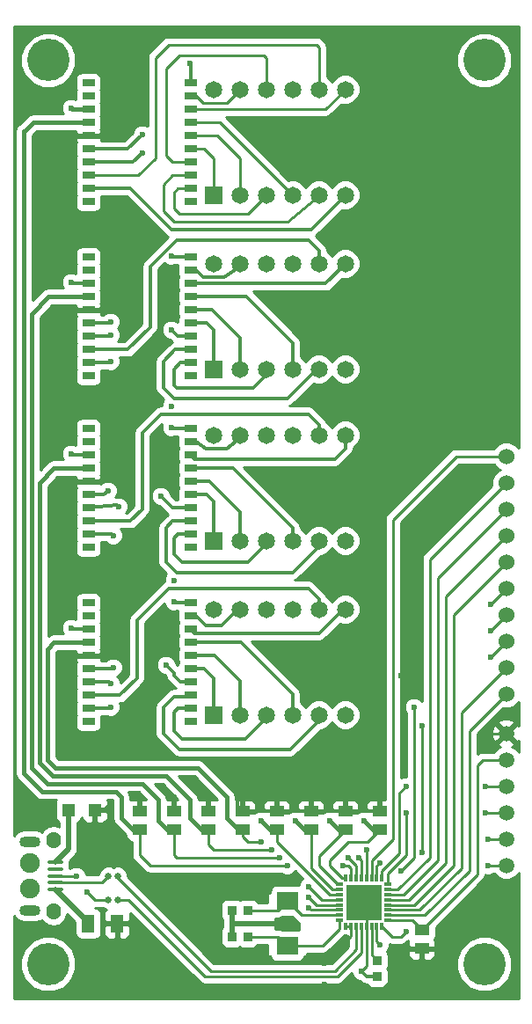
<source format=gbl>
G04 #@! TF.FileFunction,Copper,L2,Bot,Signal*
%FSLAX46Y46*%
G04 Gerber Fmt 4.6, Leading zero omitted, Abs format (unit mm)*
G04 Created by KiCad (PCBNEW 4.0.2-stable) date 16-09-23 18:11:48*
%MOMM*%
G01*
G04 APERTURE LIST*
%ADD10C,0.100000*%
%ADD11O,1.498600X0.398780*%
%ADD12O,1.399540X1.597660*%
%ADD13O,2.032000X1.016000*%
%ADD14C,1.899920*%
%ADD15C,1.500000*%
%ADD16C,1.524000*%
%ADD17R,1.270000X1.778000*%
%ADD18C,0.635000*%
%ADD19C,4.064000*%
%ADD20R,1.397000X1.016000*%
%ADD21R,0.889000X0.889000*%
%ADD22R,2.032000X1.778000*%
%ADD23R,1.198880X0.698500*%
%ADD24R,1.651000X1.651000*%
%ADD25C,1.651000*%
%ADD26R,0.700000X0.300000*%
%ADD27R,0.300000X0.700000*%
%ADD28R,3.500000X3.500000*%
%ADD29R,1.270000X1.270000*%
%ADD30C,0.600000*%
%ADD31C,0.250000*%
%ADD32C,0.300000*%
%ADD33C,0.500000*%
%ADD34C,0.400000*%
%ADD35C,0.254000*%
G04 APERTURE END LIST*
D10*
D11*
X121671080Y-127803940D03*
X121671080Y-127153700D03*
X121671080Y-126506000D03*
X121671080Y-125858300D03*
X121671080Y-125208060D03*
D12*
X121493280Y-129904520D03*
D13*
X119245380Y-129805460D03*
D14*
X119245380Y-127704880D03*
X119245380Y-125307120D03*
D13*
X119245380Y-123206540D03*
D12*
X121493280Y-123107480D03*
D15*
X165100000Y-112790000D03*
X165100000Y-115330000D03*
X165100000Y-117870000D03*
X165100000Y-120410000D03*
X165100000Y-122950000D03*
X165100000Y-125490000D03*
D16*
X165100000Y-106440000D03*
X165100000Y-108980000D03*
X165100000Y-103900000D03*
X165100000Y-101360000D03*
X165100000Y-98820000D03*
X165100000Y-96280000D03*
X165100000Y-93740000D03*
X165100000Y-91200000D03*
X165100000Y-88660000D03*
X165100000Y-86120000D03*
D17*
X124841000Y-131078000D03*
X127635000Y-131078000D03*
D18*
X126809500Y-128792000D03*
X127698500Y-128792000D03*
X126809500Y-126506000D03*
X127698500Y-126506000D03*
D19*
X121000000Y-135000000D03*
X121000000Y-48000000D03*
X163000000Y-48000000D03*
X163000000Y-135000000D03*
D20*
X129794000Y-122061000D03*
X129794000Y-120283000D03*
X133096000Y-122061000D03*
X133096000Y-120283000D03*
X136398000Y-122061000D03*
X136398000Y-120283000D03*
X139700000Y-122061000D03*
X139700000Y-120283000D03*
X143002000Y-122061000D03*
X143002000Y-120283000D03*
X146304000Y-122061000D03*
X146304000Y-120283000D03*
X149606000Y-122061000D03*
X149606000Y-120283000D03*
X152908000Y-122061000D03*
X152908000Y-120283000D03*
X156972000Y-133491000D03*
X156972000Y-131713000D03*
D21*
X152654000Y-134634000D03*
X152654000Y-136158000D03*
D22*
X144018000Y-133237000D03*
X144018000Y-128919000D03*
D21*
X138684000Y-129808000D03*
X140208000Y-129808000D03*
X138684000Y-132348000D03*
X140208000Y-132348000D03*
D23*
X134716520Y-100217000D03*
X134716520Y-101487000D03*
X134716520Y-102757000D03*
X134716520Y-104027000D03*
X134716520Y-105297000D03*
X134716520Y-106567000D03*
X134716520Y-107837000D03*
X134716520Y-109107000D03*
X134716520Y-110377000D03*
X134716520Y-111647000D03*
X124871480Y-111647000D03*
X124871480Y-110377000D03*
X124871480Y-109107000D03*
X124871480Y-107837000D03*
X124871480Y-106567000D03*
X124871480Y-105297000D03*
X124871480Y-104027000D03*
X124871480Y-102757000D03*
X124871480Y-101487000D03*
X124871480Y-100217000D03*
X134716520Y-83453000D03*
X134716520Y-84723000D03*
X134716520Y-85993000D03*
X134716520Y-87263000D03*
X134716520Y-88533000D03*
X134716520Y-89803000D03*
X134716520Y-91073000D03*
X134716520Y-92343000D03*
X134716520Y-93613000D03*
X134716520Y-94883000D03*
X124871480Y-94883000D03*
X124871480Y-93613000D03*
X124871480Y-92343000D03*
X124871480Y-91073000D03*
X124871480Y-89803000D03*
X124871480Y-88533000D03*
X124871480Y-87263000D03*
X124871480Y-85993000D03*
X124871480Y-84723000D03*
X124871480Y-83453000D03*
X134716520Y-66943000D03*
X134716520Y-68213000D03*
X134716520Y-69483000D03*
X134716520Y-70753000D03*
X134716520Y-72023000D03*
X134716520Y-73293000D03*
X134716520Y-74563000D03*
X134716520Y-75833000D03*
X134716520Y-77103000D03*
X134716520Y-78373000D03*
X124871480Y-78373000D03*
X124871480Y-77103000D03*
X124871480Y-75833000D03*
X124871480Y-74563000D03*
X124871480Y-73293000D03*
X124871480Y-72023000D03*
X124871480Y-70753000D03*
X124871480Y-69483000D03*
X124871480Y-68213000D03*
X124871480Y-66943000D03*
X134716520Y-50179000D03*
X134716520Y-51449000D03*
X134716520Y-52719000D03*
X134716520Y-53989000D03*
X134716520Y-55259000D03*
X134716520Y-56529000D03*
X134716520Y-57799000D03*
X134716520Y-59069000D03*
X134716520Y-60339000D03*
X134716520Y-61609000D03*
X124871480Y-61609000D03*
X124871480Y-60339000D03*
X124871480Y-59069000D03*
X124871480Y-57799000D03*
X124871480Y-56529000D03*
X124871480Y-55259000D03*
X124871480Y-53989000D03*
X124871480Y-52719000D03*
X124871480Y-51449000D03*
X124871480Y-50179000D03*
D24*
X136906000Y-94248000D03*
D25*
X139446000Y-94248000D03*
X141986000Y-94248000D03*
X144526000Y-94248000D03*
X147066000Y-94248000D03*
X149606000Y-94248000D03*
X149606000Y-84088000D03*
X147066000Y-84088000D03*
X144526000Y-84088000D03*
X141986000Y-84088000D03*
X139446000Y-84088000D03*
X136906000Y-84088000D03*
D24*
X136906000Y-77738000D03*
D25*
X139446000Y-77738000D03*
X141986000Y-77738000D03*
X144526000Y-77738000D03*
X147066000Y-77738000D03*
X149606000Y-77738000D03*
X149606000Y-67578000D03*
X147066000Y-67578000D03*
X144526000Y-67578000D03*
X141986000Y-67578000D03*
X139446000Y-67578000D03*
X136906000Y-67578000D03*
D24*
X136906000Y-60974000D03*
D25*
X139446000Y-60974000D03*
X141986000Y-60974000D03*
X144526000Y-60974000D03*
X147066000Y-60974000D03*
X149606000Y-60974000D03*
X149606000Y-50814000D03*
X147066000Y-50814000D03*
X144526000Y-50814000D03*
X141986000Y-50814000D03*
X139446000Y-50814000D03*
X136906000Y-50814000D03*
D26*
X149084000Y-130796000D03*
X149084000Y-130296000D03*
X149084000Y-129796000D03*
X149084000Y-129296000D03*
X149084000Y-128796000D03*
X149084000Y-128296000D03*
X149084000Y-127796000D03*
X149084000Y-127296000D03*
D27*
X149634000Y-126746000D03*
X150134000Y-126746000D03*
X150634000Y-126746000D03*
X151134000Y-126746000D03*
X151634000Y-126746000D03*
X152134000Y-126746000D03*
X152634000Y-126746000D03*
X153134000Y-126746000D03*
D26*
X153684000Y-127296000D03*
X153684000Y-127796000D03*
X153684000Y-128296000D03*
X153684000Y-128796000D03*
X153684000Y-129296000D03*
X153684000Y-129796000D03*
X153684000Y-130296000D03*
X153684000Y-130796000D03*
D27*
X153134000Y-131346000D03*
X152634000Y-131346000D03*
X152134000Y-131346000D03*
X151634000Y-131346000D03*
X151134000Y-131346000D03*
X150634000Y-131346000D03*
X150134000Y-131346000D03*
X149634000Y-131346000D03*
D28*
X151384000Y-129046000D03*
D29*
X125476000Y-120156000D03*
X122936000Y-120156000D03*
D24*
X136906000Y-111012000D03*
D25*
X139446000Y-111012000D03*
X141986000Y-111012000D03*
X144526000Y-111012000D03*
X147066000Y-111012000D03*
X149606000Y-111012000D03*
X149606000Y-100852000D03*
X147066000Y-100852000D03*
X144526000Y-100852000D03*
X141986000Y-100852000D03*
X139446000Y-100852000D03*
X136906000Y-100852000D03*
D30*
X147574000Y-136920000D03*
X147574000Y-134888000D03*
X146050000Y-128538000D03*
X143510000Y-127014000D03*
X155194000Y-112790000D03*
X163068000Y-112790000D03*
X152654000Y-107202000D03*
X154940000Y-107202000D03*
X127000000Y-119394000D03*
X129794000Y-118886000D03*
X133096000Y-118886000D03*
X139192000Y-118886000D03*
X136398000Y-118886000D03*
X123190000Y-105170000D03*
X123190000Y-88406000D03*
X123190000Y-71896000D03*
X123190000Y-55132000D03*
X138684000Y-131078000D03*
X146050000Y-129554000D03*
X132842000Y-66816000D03*
X151130000Y-135650000D03*
X134620000Y-48274000D03*
X132842000Y-81294000D03*
X132842000Y-83326000D03*
X133096000Y-98058000D03*
X133096000Y-100090000D03*
X163322000Y-125490000D03*
X146050000Y-127522000D03*
X163576000Y-100344000D03*
X156210000Y-110250000D03*
X163576000Y-102884000D03*
X152908000Y-133110000D03*
X154940000Y-125998000D03*
X156972000Y-124220000D03*
X155448000Y-131840000D03*
X156972000Y-112028000D03*
X163576000Y-105424000D03*
X163068000Y-117870000D03*
X155448000Y-117870000D03*
X155448000Y-120410000D03*
X163068000Y-120410000D03*
X163322000Y-122950000D03*
X152908000Y-125236000D03*
X123190000Y-52592000D03*
X141478000Y-121172000D03*
X123190000Y-69356000D03*
X144780000Y-121172000D03*
X123190000Y-85866000D03*
X148082000Y-121172000D03*
X123190000Y-102630000D03*
X151384000Y-121172000D03*
X149352000Y-125490000D03*
X144018000Y-125490000D03*
X149860000Y-124728000D03*
X143256000Y-124728000D03*
X150876000Y-124728000D03*
X142494000Y-123966000D03*
X151638000Y-123966000D03*
X141478000Y-123204000D03*
X124714000Y-128030000D03*
X123698000Y-126506000D03*
X130048000Y-56910000D03*
X130048000Y-55132000D03*
X127000000Y-76976000D03*
X127000000Y-74436000D03*
X132842000Y-73928000D03*
X127000000Y-73166000D03*
X127254000Y-93740000D03*
X127762000Y-90946000D03*
X131826000Y-89930000D03*
X126746000Y-89422000D03*
X127000000Y-110250000D03*
X127000000Y-107964000D03*
X132334000Y-106186000D03*
X127254000Y-106440000D03*
D31*
X148844000Y-133618000D02*
X147574000Y-134888000D01*
X149352000Y-133110000D02*
X148844000Y-133618000D01*
X150134000Y-132328000D02*
X149352000Y-133110000D01*
X150134000Y-131346000D02*
X150134000Y-132328000D01*
X150134000Y-131346000D02*
X149634000Y-131346000D01*
X146808000Y-129296000D02*
X146050000Y-128538000D01*
X149084000Y-129296000D02*
X146808000Y-129296000D01*
X155194000Y-112790000D02*
X155194000Y-107456000D01*
X165100000Y-112790000D02*
X163068000Y-112790000D01*
X155194000Y-107456000D02*
X154940000Y-107202000D01*
X125476000Y-120156000D02*
X126238000Y-120156000D01*
X126238000Y-120156000D02*
X127000000Y-119394000D01*
D32*
X129794000Y-118886000D02*
X129794000Y-120283000D01*
X133096000Y-118886000D02*
X133096000Y-119140000D01*
X133096000Y-119140000D02*
X133096000Y-120283000D01*
X152908000Y-120283000D02*
X149606000Y-120283000D01*
X149606000Y-120283000D02*
X146304000Y-120283000D01*
X146304000Y-120283000D02*
X143002000Y-120283000D01*
X143002000Y-120283000D02*
X139700000Y-120283000D01*
X139700000Y-120283000D02*
X139192000Y-119775000D01*
X139192000Y-119775000D02*
X139192000Y-118886000D01*
X136398000Y-118886000D02*
X136398000Y-120283000D01*
X124871480Y-105297000D02*
X123317000Y-105297000D01*
X123317000Y-105297000D02*
X123190000Y-105170000D01*
X124871480Y-88533000D02*
X123317000Y-88533000D01*
X123317000Y-88533000D02*
X123190000Y-88406000D01*
X124871480Y-72023000D02*
X123317000Y-72023000D01*
X123317000Y-72023000D02*
X123190000Y-71896000D01*
X124871480Y-55259000D02*
X123317000Y-55259000D01*
X123317000Y-55259000D02*
X123190000Y-55132000D01*
D33*
X122936000Y-120156000D02*
X122936000Y-123943140D01*
X122936000Y-123943140D02*
X121671080Y-125208060D01*
D31*
X121671080Y-125208060D02*
X121693940Y-125208060D01*
X121693940Y-125208060D02*
X122936000Y-123966000D01*
X122936000Y-123966000D02*
X122936000Y-120156000D01*
X152134000Y-131346000D02*
X152134000Y-134114000D01*
X152134000Y-134114000D02*
X152654000Y-134634000D01*
D33*
X138684000Y-129808000D02*
X138684000Y-132348000D01*
X138684000Y-131078000D02*
X143764000Y-131078000D01*
D32*
X138684000Y-132348000D02*
X138684000Y-131078000D01*
D31*
X149084000Y-129796000D02*
X146292000Y-129796000D01*
X146292000Y-129796000D02*
X146050000Y-129554000D01*
D32*
X134716520Y-66943000D02*
X132969000Y-66943000D01*
X132969000Y-66943000D02*
X132842000Y-66816000D01*
D31*
X151634000Y-131346000D02*
X151634000Y-135146000D01*
D32*
X151638000Y-136158000D02*
X151130000Y-135650000D01*
X151638000Y-136158000D02*
X152654000Y-136158000D01*
D31*
X151634000Y-135146000D02*
X151130000Y-135650000D01*
X151634000Y-131346000D02*
X151634000Y-129296000D01*
X151634000Y-129296000D02*
X151384000Y-129046000D01*
D32*
X134716520Y-50179000D02*
X134716520Y-48370520D01*
X134716520Y-48370520D02*
X134620000Y-48274000D01*
X134716520Y-83453000D02*
X132969000Y-83453000D01*
X132969000Y-83453000D02*
X132842000Y-83326000D01*
X134716520Y-100217000D02*
X133223000Y-100217000D01*
X133223000Y-100217000D02*
X133096000Y-100090000D01*
X138684000Y-131078000D02*
X143002000Y-131078000D01*
X138684000Y-131078000D02*
X138684000Y-129808000D01*
D31*
X165100000Y-125490000D02*
X163322000Y-125490000D01*
X144018000Y-133237000D02*
X147447000Y-133237000D01*
X149084000Y-131600000D02*
X149084000Y-130796000D01*
X147447000Y-133237000D02*
X149084000Y-131600000D01*
X140208000Y-132348000D02*
X143129000Y-132348000D01*
X143129000Y-132348000D02*
X144018000Y-133237000D01*
X140208000Y-129808000D02*
X143129000Y-129808000D01*
X143129000Y-129808000D02*
X144018000Y-128919000D01*
X149084000Y-130296000D02*
X145395000Y-130296000D01*
X145395000Y-130296000D02*
X144018000Y-128919000D01*
D33*
X124841000Y-131078000D02*
X124841000Y-130973860D01*
X124841000Y-130973860D02*
X121671080Y-127803940D01*
D31*
X121671080Y-127803940D02*
X121671080Y-127908080D01*
X121671080Y-127908080D02*
X124841000Y-131078000D01*
X154178000Y-122950000D02*
X154178000Y-92216000D01*
X154178000Y-92216000D02*
X156210000Y-90184000D01*
X152134000Y-126746000D02*
X152134000Y-124994000D01*
X160274000Y-86120000D02*
X165100000Y-86120000D01*
X156210000Y-90184000D02*
X160274000Y-86120000D01*
X152134000Y-124994000D02*
X154178000Y-122950000D01*
X157734000Y-121426000D02*
X157734000Y-96026000D01*
X157734000Y-96026000D02*
X165100000Y-88660000D01*
X153684000Y-127796000D02*
X154666000Y-127796000D01*
X157734000Y-124728000D02*
X157734000Y-121426000D01*
X154666000Y-127796000D02*
X157734000Y-124728000D01*
X158496000Y-121934000D02*
X158496000Y-97804000D01*
X158496000Y-97804000D02*
X165100000Y-91200000D01*
X155182000Y-128296000D02*
X153684000Y-128296000D01*
X158496000Y-124982000D02*
X158496000Y-121934000D01*
X155182000Y-128296000D02*
X158496000Y-124982000D01*
X159258000Y-121426000D02*
X159258000Y-99582000D01*
X159258000Y-99582000D02*
X165100000Y-93740000D01*
X155698000Y-128796000D02*
X159258000Y-125236000D01*
X159258000Y-125236000D02*
X159258000Y-121426000D01*
X155698000Y-128796000D02*
X153684000Y-128796000D01*
X160020000Y-121934000D02*
X160020000Y-101360000D01*
X160020000Y-101360000D02*
X165100000Y-96280000D01*
X160020000Y-125490000D02*
X160020000Y-121934000D01*
X156214000Y-129296000D02*
X160020000Y-125490000D01*
X156214000Y-129296000D02*
X153684000Y-129296000D01*
X147320000Y-128792000D02*
X146050000Y-127522000D01*
X149084000Y-128796000D02*
X147324000Y-128796000D01*
X163576000Y-100344000D02*
X165100000Y-98820000D01*
X147324000Y-128796000D02*
X147320000Y-128792000D01*
X156210000Y-123966000D02*
X156210000Y-124728000D01*
X165100000Y-101360000D02*
X163576000Y-102884000D01*
X156210000Y-110504000D02*
X156210000Y-113298000D01*
X156210000Y-110250000D02*
X156210000Y-110504000D01*
X156210000Y-114568000D02*
X156210000Y-123966000D01*
X156210000Y-113298000D02*
X156210000Y-114568000D01*
X152634000Y-132836000D02*
X152634000Y-131346000D01*
X152908000Y-133110000D02*
X152634000Y-132836000D01*
X156210000Y-124728000D02*
X154940000Y-125998000D01*
X153134000Y-131346000D02*
X154136000Y-132348000D01*
X154940000Y-132348000D02*
X154136000Y-132348000D01*
X155448000Y-131840000D02*
X154940000Y-132348000D01*
X165100000Y-103900000D02*
X163576000Y-105424000D01*
X156972000Y-112028000D02*
X156972000Y-124220000D01*
X161544000Y-113552000D02*
X161544000Y-112536000D01*
X161544000Y-112536000D02*
X165100000Y-108980000D01*
X153684000Y-130296000D02*
X157246000Y-130296000D01*
X161544000Y-112536000D02*
X165100000Y-108980000D01*
X161544000Y-125998000D02*
X161544000Y-113552000D01*
X157246000Y-130296000D02*
X161544000Y-125998000D01*
X160782000Y-111520000D02*
X160782000Y-110758000D01*
X160782000Y-110758000D02*
X165100000Y-106440000D01*
X160782000Y-121426000D02*
X160782000Y-111520000D01*
X160782000Y-110758000D02*
X165100000Y-106440000D01*
X160782000Y-125744000D02*
X160782000Y-121426000D01*
X156730000Y-129796000D02*
X160782000Y-125744000D01*
X153684000Y-129796000D02*
X156730000Y-129796000D01*
X162306000Y-121426000D02*
X162306000Y-115838000D01*
X162306000Y-115838000D02*
X162814000Y-115330000D01*
X165100000Y-115330000D02*
X162814000Y-115330000D01*
X162306000Y-121426000D02*
X162306000Y-121680000D01*
X162306000Y-121680000D02*
X162306000Y-126379000D01*
X162306000Y-126379000D02*
X156972000Y-131713000D01*
X153684000Y-130796000D02*
X156055000Y-130796000D01*
X156055000Y-130796000D02*
X156972000Y-131713000D01*
X154813000Y-119648000D02*
X154813000Y-118505000D01*
X154813000Y-118505000D02*
X155448000Y-117870000D01*
X163830000Y-117870000D02*
X163068000Y-117870000D01*
X165100000Y-117870000D02*
X163830000Y-117870000D01*
X153134000Y-126026000D02*
X154813000Y-124347000D01*
X153134000Y-126026000D02*
X153134000Y-126746000D01*
X154813000Y-124347000D02*
X154813000Y-119648000D01*
X155448000Y-117870000D02*
X155448000Y-117870000D01*
X155462000Y-121680000D02*
X155462000Y-120424000D01*
X155462000Y-120424000D02*
X155448000Y-120410000D01*
X163068000Y-120410000D02*
X165100000Y-120410000D01*
X153684000Y-126266000D02*
X155462000Y-124488000D01*
X153684000Y-127296000D02*
X153684000Y-126266000D01*
X155462000Y-124488000D02*
X155462000Y-121680000D01*
X155448000Y-120410000D02*
X155448000Y-120410000D01*
X152634000Y-126746000D02*
X152634000Y-125510000D01*
X163322000Y-122950000D02*
X165100000Y-122950000D01*
X152634000Y-125510000D02*
X152908000Y-125236000D01*
D34*
X124871480Y-52719000D02*
X123317000Y-52719000D01*
X123317000Y-52719000D02*
X123190000Y-52592000D01*
X143002000Y-122061000D02*
X142367000Y-122061000D01*
X142367000Y-122061000D02*
X141478000Y-121172000D01*
D31*
X149084000Y-128296000D02*
X148094000Y-128296000D01*
X143002000Y-123204000D02*
X143002000Y-122061000D01*
X148094000Y-128296000D02*
X143002000Y-123204000D01*
D32*
X124871480Y-69483000D02*
X123317000Y-69483000D01*
X123317000Y-69483000D02*
X123190000Y-69356000D01*
D34*
X144780000Y-121172000D02*
X145669000Y-122061000D01*
X145669000Y-122061000D02*
X146304000Y-122061000D01*
D31*
X146304000Y-122061000D02*
X146304000Y-125744000D01*
X148356000Y-127796000D02*
X149084000Y-127796000D01*
X146304000Y-125744000D02*
X148356000Y-127796000D01*
D32*
X124871480Y-85993000D02*
X123317000Y-85993000D01*
X123317000Y-85993000D02*
X123190000Y-85866000D01*
D34*
X148082000Y-121172000D02*
X148971000Y-122061000D01*
X149606000Y-122061000D02*
X148971000Y-122061000D01*
D31*
X149084000Y-127296000D02*
X148872000Y-127296000D01*
X148872000Y-127296000D02*
X147066000Y-125490000D01*
X147066000Y-125490000D02*
X147066000Y-124601000D01*
X147066000Y-124601000D02*
X149606000Y-122061000D01*
D32*
X123317000Y-102757000D02*
X123190000Y-102630000D01*
X123317000Y-102757000D02*
X124871480Y-102757000D01*
D34*
X152908000Y-122061000D02*
X152273000Y-122061000D01*
X152273000Y-122061000D02*
X151384000Y-121172000D01*
D31*
X149634000Y-126746000D02*
X149338000Y-126746000D01*
X151765000Y-123204000D02*
X152908000Y-122061000D01*
X149860000Y-123204000D02*
X151765000Y-123204000D01*
X148082000Y-124982000D02*
X149860000Y-123204000D01*
X148082000Y-125490000D02*
X148082000Y-124982000D01*
X149338000Y-126746000D02*
X148082000Y-125490000D01*
D34*
X129794000Y-122061000D02*
X129159000Y-122061000D01*
X129159000Y-122061000D02*
X128016000Y-120918000D01*
X127508000Y-118378000D02*
X120396000Y-118378000D01*
X128016000Y-118886000D02*
X127508000Y-118378000D01*
X128016000Y-120918000D02*
X128016000Y-118886000D01*
X118660002Y-116557998D02*
X118660002Y-116642002D01*
X118660002Y-116642002D02*
X120396000Y-118378000D01*
X118660002Y-54878000D02*
X118660002Y-116557998D01*
X118660002Y-116557998D02*
X118618000Y-116600000D01*
X124871480Y-53989000D02*
X119549002Y-53989000D01*
X118660002Y-54878000D02*
X118660002Y-54835998D01*
X119549002Y-53989000D02*
X118660002Y-54878000D01*
D31*
X118618000Y-116600000D02*
X118618000Y-55894000D01*
D32*
X118660002Y-54835998D02*
X118618000Y-54878000D01*
X118618000Y-54878000D02*
X118618000Y-55894000D01*
X118618000Y-55894000D02*
X118618000Y-56148000D01*
D31*
X129794000Y-124474000D02*
X130810000Y-125490000D01*
X129794000Y-122061000D02*
X129794000Y-124474000D01*
X150134000Y-125764000D02*
X149860000Y-125490000D01*
X149860000Y-125490000D02*
X149352000Y-125490000D01*
X150134000Y-125764000D02*
X150134000Y-126746000D01*
X130810000Y-125490000D02*
X144018000Y-125490000D01*
D34*
X131572000Y-119140000D02*
X130048000Y-117616000D01*
X120904000Y-117616000D02*
X120396000Y-117108000D01*
X130048000Y-117616000D02*
X120904000Y-117616000D01*
X119380000Y-75706000D02*
X119380000Y-72404000D01*
X131572000Y-121172000D02*
X131572000Y-119140000D01*
X120396000Y-117108000D02*
X119380000Y-116092000D01*
X119380000Y-116092000D02*
X119380000Y-100344000D01*
X119380000Y-100344000D02*
X119380000Y-78246000D01*
X119380000Y-78246000D02*
X119380000Y-75706000D01*
X132461000Y-122061000D02*
X131572000Y-121172000D01*
X121031000Y-70753000D02*
X124871480Y-70753000D01*
X119380000Y-72404000D02*
X121031000Y-70753000D01*
X133096000Y-122061000D02*
X132461000Y-122061000D01*
D31*
X133096000Y-122061000D02*
X133096000Y-124474000D01*
X150634000Y-125502000D02*
X149860000Y-124728000D01*
X143256000Y-124728000D02*
X135890000Y-124728000D01*
X150634000Y-125502000D02*
X150634000Y-126746000D01*
X133350000Y-124728000D02*
X135890000Y-124728000D01*
X133096000Y-124474000D02*
X133350000Y-124728000D01*
D34*
X133350000Y-117870000D02*
X132334000Y-116854000D01*
X121412000Y-116854000D02*
X120650000Y-116092000D01*
X132334000Y-116854000D02*
X121412000Y-116854000D01*
X120142000Y-94248000D02*
X120142000Y-88660000D01*
X134620000Y-120918000D02*
X134620000Y-119140000D01*
X134620000Y-119140000D02*
X133350000Y-117870000D01*
X120650000Y-116092000D02*
X120142000Y-115584000D01*
X120142000Y-115584000D02*
X120142000Y-94248000D01*
X135763000Y-122061000D02*
X134620000Y-120918000D01*
X121539000Y-87263000D02*
X124871480Y-87263000D01*
X120142000Y-88660000D02*
X121539000Y-87263000D01*
X136398000Y-122061000D02*
X135763000Y-122061000D01*
D31*
X136398000Y-122061000D02*
X136398000Y-123458000D01*
X151134000Y-124986000D02*
X150876000Y-124728000D01*
X142494000Y-123966000D02*
X138176000Y-123966000D01*
X151134000Y-124986000D02*
X151134000Y-126746000D01*
X136906000Y-123966000D02*
X138176000Y-123966000D01*
X136398000Y-123458000D02*
X136906000Y-123966000D01*
D34*
X136398000Y-117108000D02*
X135382000Y-116092000D01*
X121666000Y-116092000D02*
X120904000Y-115330000D01*
X135382000Y-116092000D02*
X121666000Y-116092000D01*
X120904000Y-105424000D02*
X120904000Y-104662000D01*
X120904000Y-104662000D02*
X121539000Y-104027000D01*
X121539000Y-104027000D02*
X124871480Y-104027000D01*
X120904000Y-105424000D02*
X120904000Y-112536000D01*
X120904000Y-115330000D02*
X120904000Y-112536000D01*
X139319000Y-122061000D02*
X138176000Y-120918000D01*
X138176000Y-118886000D02*
X136398000Y-117108000D01*
X138176000Y-120918000D02*
X138176000Y-118886000D01*
X139700000Y-122061000D02*
X139319000Y-122061000D01*
D31*
X139700000Y-122061000D02*
X139700000Y-122696000D01*
X140208000Y-123204000D02*
X141478000Y-123204000D01*
X139700000Y-122696000D02*
X140208000Y-123204000D01*
X151634000Y-123970000D02*
X151638000Y-123966000D01*
X151634000Y-126746000D02*
X151634000Y-123970000D01*
X141478000Y-123204000D02*
X140716000Y-123204000D01*
X121671080Y-127153700D02*
X126161800Y-127153700D01*
X126161800Y-127153700D02*
X126809500Y-126506000D01*
X127698500Y-126506000D02*
X127698500Y-126696500D01*
X127698500Y-126696500D02*
X136652000Y-135650000D01*
X150634000Y-133606000D02*
X150634000Y-131346000D01*
X148590000Y-135650000D02*
X136652000Y-135650000D01*
X150634000Y-133606000D02*
X148590000Y-135650000D01*
X121671080Y-126506000D02*
X123698000Y-126506000D01*
X125476000Y-128792000D02*
X126809500Y-128792000D01*
X124714000Y-128030000D02*
X125476000Y-128792000D01*
X127698500Y-128792000D02*
X128714500Y-128792000D01*
X136080500Y-136158000D02*
X129984500Y-130062000D01*
X151134000Y-133868000D02*
X151134000Y-131346000D01*
X148844000Y-136158000D02*
X151134000Y-133868000D01*
X148844000Y-136158000D02*
X136080500Y-136158000D01*
X128714500Y-128792000D02*
X129984500Y-130062000D01*
X136906000Y-60974000D02*
X136906000Y-57418000D01*
X136017000Y-56529000D02*
X134716520Y-56529000D01*
X136906000Y-57418000D02*
X136017000Y-56529000D01*
X134716520Y-55259000D02*
X137287000Y-55259000D01*
X139446000Y-57418000D02*
X139446000Y-60974000D01*
X137287000Y-55259000D02*
X139446000Y-57418000D01*
X134716520Y-60339000D02*
X133477000Y-60339000D01*
X140208000Y-62752000D02*
X141986000Y-60974000D01*
X133604000Y-62752000D02*
X140208000Y-62752000D01*
X133096000Y-62244000D02*
X133604000Y-62752000D01*
X133096000Y-60720000D02*
X133096000Y-62244000D01*
X133477000Y-60339000D02*
X133096000Y-60720000D01*
X134716520Y-53989000D02*
X137541000Y-53989000D01*
X137541000Y-53989000D02*
X144526000Y-60974000D01*
X134716520Y-59069000D02*
X132969000Y-59069000D01*
X144018000Y-63514000D02*
X147066000Y-60974000D01*
X133096000Y-63514000D02*
X144018000Y-63514000D01*
X132080000Y-62498000D02*
X133096000Y-63514000D01*
X132080000Y-59958000D02*
X132080000Y-62498000D01*
X132969000Y-59069000D02*
X132080000Y-59958000D01*
D32*
X149606000Y-60974000D02*
X146304000Y-64276000D01*
X128905000Y-60339000D02*
X124871480Y-60339000D01*
X132842000Y-64276000D02*
X128905000Y-60339000D01*
X146304000Y-64276000D02*
X132842000Y-64276000D01*
D31*
X134716520Y-52719000D02*
X147701000Y-52719000D01*
X147701000Y-52719000D02*
X149606000Y-50814000D01*
X147066000Y-50814000D02*
X147066000Y-46750000D01*
X129667000Y-59069000D02*
X124871480Y-59069000D01*
X131318000Y-57418000D02*
X129667000Y-59069000D01*
X131318000Y-47766000D02*
X131318000Y-57418000D01*
X132588000Y-46496000D02*
X131318000Y-47766000D01*
X146812000Y-46496000D02*
X132588000Y-46496000D01*
X147066000Y-46750000D02*
X146812000Y-46496000D01*
D32*
X124871480Y-57799000D02*
X129159000Y-57799000D01*
X129159000Y-57799000D02*
X130048000Y-56910000D01*
D31*
X141986000Y-50814000D02*
X141986000Y-47766000D01*
X132969000Y-57799000D02*
X134716520Y-57799000D01*
X132334000Y-57164000D02*
X132969000Y-57799000D01*
X132334000Y-48782000D02*
X132334000Y-57164000D01*
X133604000Y-47512000D02*
X132334000Y-48782000D01*
X141732000Y-47512000D02*
X133604000Y-47512000D01*
X141986000Y-47766000D02*
X141732000Y-47512000D01*
X139446000Y-50814000D02*
X138176000Y-52084000D01*
X135890000Y-52084000D02*
X135255000Y-51449000D01*
X138176000Y-52084000D02*
X135890000Y-52084000D01*
X135255000Y-51449000D02*
X134716520Y-51449000D01*
D32*
X128651000Y-56529000D02*
X124871480Y-56529000D01*
X130048000Y-55132000D02*
X128651000Y-56529000D01*
X136906000Y-77738000D02*
X136906000Y-73928000D01*
X136271000Y-73293000D02*
X134716520Y-73293000D01*
X136906000Y-73928000D02*
X136271000Y-73293000D01*
X139446000Y-77738000D02*
X139446000Y-74690000D01*
X136779000Y-72023000D02*
X134716520Y-72023000D01*
X139446000Y-74690000D02*
X136779000Y-72023000D01*
X141986000Y-77738000D02*
X141986000Y-78246000D01*
X141986000Y-78246000D02*
X140716000Y-79516000D01*
X140716000Y-79516000D02*
X133350000Y-79516000D01*
X133350000Y-79516000D02*
X133096000Y-79262000D01*
X133096000Y-79262000D02*
X133096000Y-77738000D01*
X133096000Y-77738000D02*
X133731000Y-77103000D01*
X133731000Y-77103000D02*
X134716520Y-77103000D01*
X144526000Y-77738000D02*
X144526000Y-75198000D01*
X140081000Y-70753000D02*
X134716520Y-70753000D01*
X144526000Y-75198000D02*
X140081000Y-70753000D01*
X147066000Y-77738000D02*
X146812000Y-77738000D01*
X146812000Y-77738000D02*
X144018000Y-80532000D01*
X144018000Y-80532000D02*
X133096000Y-80532000D01*
X133096000Y-80532000D02*
X132080000Y-79516000D01*
X132080000Y-79516000D02*
X132080000Y-76976000D01*
X132080000Y-76976000D02*
X133223000Y-75833000D01*
X133223000Y-75833000D02*
X134716520Y-75833000D01*
X127000000Y-76976000D02*
X126873000Y-77103000D01*
X126873000Y-77103000D02*
X124871480Y-77103000D01*
X134716520Y-69483000D02*
X147701000Y-69483000D01*
X147701000Y-69483000D02*
X149606000Y-67578000D01*
X147066000Y-67578000D02*
X147066000Y-66308000D01*
X128651000Y-75833000D02*
X124871480Y-75833000D01*
X130810000Y-73674000D02*
X128651000Y-75833000D01*
X130810000Y-67832000D02*
X130810000Y-73674000D01*
X133350000Y-65292000D02*
X130810000Y-67832000D01*
X146050000Y-65292000D02*
X133350000Y-65292000D01*
X147066000Y-66308000D02*
X146050000Y-65292000D01*
X124871480Y-74563000D02*
X126873000Y-74563000D01*
X126873000Y-74563000D02*
X127000000Y-74436000D01*
X134716520Y-74563000D02*
X133477000Y-74563000D01*
X133477000Y-74563000D02*
X132842000Y-73928000D01*
X134716520Y-68213000D02*
X135255000Y-68213000D01*
X135255000Y-68213000D02*
X135636000Y-68594000D01*
X139446000Y-67578000D02*
X139446000Y-67832000D01*
X139446000Y-67832000D02*
X137922000Y-68848000D01*
X137922000Y-68848000D02*
X135890000Y-68848000D01*
X135890000Y-68848000D02*
X135636000Y-68594000D01*
X126873000Y-73293000D02*
X124871480Y-73293000D01*
X127000000Y-73166000D02*
X126873000Y-73293000D01*
X136906000Y-94248000D02*
X136906000Y-90438000D01*
X136271000Y-89803000D02*
X134716520Y-89803000D01*
X136906000Y-90438000D02*
X136271000Y-89803000D01*
X139446000Y-94248000D02*
X139446000Y-91454000D01*
X136525000Y-88533000D02*
X134716520Y-88533000D01*
X139446000Y-91454000D02*
X136525000Y-88533000D01*
X141986000Y-94248000D02*
X141986000Y-94502000D01*
X141986000Y-94502000D02*
X140208000Y-96280000D01*
X140208000Y-96280000D02*
X133858000Y-96280000D01*
X133858000Y-96280000D02*
X133096000Y-95518000D01*
X133096000Y-95518000D02*
X133096000Y-93994000D01*
X133096000Y-93994000D02*
X133477000Y-93613000D01*
X133477000Y-93613000D02*
X134716520Y-93613000D01*
X144526000Y-94248000D02*
X144526000Y-92978000D01*
X138811000Y-87263000D02*
X134716520Y-87263000D01*
X144526000Y-92978000D02*
X138811000Y-87263000D01*
X147066000Y-94248000D02*
X147066000Y-94756000D01*
X147066000Y-94756000D02*
X144526000Y-97296000D01*
X144526000Y-97296000D02*
X133350000Y-97296000D01*
X133350000Y-97296000D02*
X132334000Y-96280000D01*
X132334000Y-96280000D02*
X132334000Y-92978000D01*
X132334000Y-92978000D02*
X132969000Y-92343000D01*
X132969000Y-92343000D02*
X134716520Y-92343000D01*
X127254000Y-93740000D02*
X127127000Y-93613000D01*
X127127000Y-93613000D02*
X124871480Y-93613000D01*
X149606000Y-84088000D02*
X149606000Y-85358000D01*
X135097520Y-86374000D02*
X134716520Y-85993000D01*
X148590000Y-86374000D02*
X135097520Y-86374000D01*
X149606000Y-85358000D02*
X148590000Y-86374000D01*
X147066000Y-84088000D02*
X147066000Y-83072000D01*
X128905000Y-92343000D02*
X124871480Y-92343000D01*
X130048000Y-91200000D02*
X128905000Y-92343000D01*
X130048000Y-83834000D02*
X130048000Y-91200000D01*
X131826000Y-82056000D02*
X130048000Y-83834000D01*
X146050000Y-82056000D02*
X131826000Y-82056000D01*
X147066000Y-83072000D02*
X146050000Y-82056000D01*
X127762000Y-90946000D02*
X127635000Y-90819000D01*
X127635000Y-90819000D02*
X124871480Y-91073000D01*
X131826000Y-89930000D02*
X132969000Y-91073000D01*
X132969000Y-91073000D02*
X134716520Y-91073000D01*
X139446000Y-84088000D02*
X139446000Y-84342000D01*
X139446000Y-84342000D02*
X138176000Y-85358000D01*
X138176000Y-85358000D02*
X136144000Y-85358000D01*
X136144000Y-85358000D02*
X135255000Y-84723000D01*
X135255000Y-84723000D02*
X134716520Y-84723000D01*
X126365000Y-89803000D02*
X124871480Y-89803000D01*
X126746000Y-89422000D02*
X126365000Y-89803000D01*
X136906000Y-111012000D02*
X136906000Y-107456000D01*
X136017000Y-106567000D02*
X134716520Y-106567000D01*
X136906000Y-107456000D02*
X136017000Y-106567000D01*
X139446000Y-111012000D02*
X139446000Y-107710000D01*
X137033000Y-105297000D02*
X134716520Y-105297000D01*
X139446000Y-107710000D02*
X137033000Y-105297000D01*
X141986000Y-111012000D02*
X141986000Y-111266000D01*
X141986000Y-111266000D02*
X139954000Y-113298000D01*
X139954000Y-113298000D02*
X133858000Y-113298000D01*
X133858000Y-113298000D02*
X133096000Y-112536000D01*
X133096000Y-112536000D02*
X133096000Y-110758000D01*
X133096000Y-110758000D02*
X133477000Y-110377000D01*
X133477000Y-110377000D02*
X134716520Y-110377000D01*
X134716520Y-104027000D02*
X139573000Y-104027000D01*
X144526000Y-108980000D02*
X144526000Y-111012000D01*
X139573000Y-104027000D02*
X144526000Y-108980000D01*
X147066000Y-111012000D02*
X147066000Y-111520000D01*
X147066000Y-111520000D02*
X144272000Y-114314000D01*
X144272000Y-114314000D02*
X133604000Y-114314000D01*
X133604000Y-114314000D02*
X132080000Y-112790000D01*
X132080000Y-112790000D02*
X132080000Y-110250000D01*
X132080000Y-110250000D02*
X133096000Y-109234000D01*
X133096000Y-109234000D02*
X134589520Y-109234000D01*
X134589520Y-109234000D02*
X134716520Y-109107000D01*
X127000000Y-110250000D02*
X126873000Y-110377000D01*
X126873000Y-110377000D02*
X124871480Y-110377000D01*
X149606000Y-100852000D02*
X149352000Y-100852000D01*
X149352000Y-100852000D02*
X147066000Y-103138000D01*
X147066000Y-103138000D02*
X135097520Y-103138000D01*
X135097520Y-103138000D02*
X134716520Y-102757000D01*
X147066000Y-100852000D02*
X147066000Y-99836000D01*
X127889000Y-109107000D02*
X124871480Y-109107000D01*
X129540000Y-107456000D02*
X127889000Y-109107000D01*
X129540000Y-101868000D02*
X129540000Y-107456000D01*
X132588000Y-98820000D02*
X129540000Y-101868000D01*
X146050000Y-98820000D02*
X132588000Y-98820000D01*
X147066000Y-99836000D02*
X146050000Y-98820000D01*
X126873000Y-107837000D02*
X124871480Y-107837000D01*
X127000000Y-107964000D02*
X126873000Y-107837000D01*
X133731000Y-107837000D02*
X134716520Y-107837000D01*
X133096000Y-107202000D02*
X133731000Y-107837000D01*
X133096000Y-106948000D02*
X133096000Y-107202000D01*
X132334000Y-106186000D02*
X133096000Y-106948000D01*
X139446000Y-100852000D02*
X139192000Y-100852000D01*
X139192000Y-100852000D02*
X137668000Y-102376000D01*
X137668000Y-102376000D02*
X136144000Y-102376000D01*
X136144000Y-102376000D02*
X135255000Y-101487000D01*
X135255000Y-101487000D02*
X134716520Y-101487000D01*
X127127000Y-106567000D02*
X124871480Y-106567000D01*
X127254000Y-106440000D02*
X127127000Y-106567000D01*
D35*
G36*
X166290000Y-138290000D02*
X117710000Y-138290000D01*
X117710000Y-135528172D01*
X118332538Y-135528172D01*
X118737709Y-136508761D01*
X119487293Y-137259655D01*
X120467173Y-137666536D01*
X121528172Y-137667462D01*
X122508761Y-137262291D01*
X123259655Y-136512707D01*
X123666536Y-135532827D01*
X123667462Y-134471828D01*
X123262291Y-133491239D01*
X122512707Y-132740345D01*
X121532827Y-132333464D01*
X120471828Y-132332538D01*
X119491239Y-132737709D01*
X118740345Y-133487293D01*
X118333464Y-134467173D01*
X118332538Y-135528172D01*
X117710000Y-135528172D01*
X117710000Y-130334099D01*
X117896812Y-130613683D01*
X118267628Y-130861454D01*
X118705035Y-130948460D01*
X119785725Y-130948460D01*
X120223132Y-130861454D01*
X120396053Y-130745912D01*
X120549455Y-130975495D01*
X120982486Y-131264837D01*
X121493280Y-131366440D01*
X122004074Y-131264837D01*
X122437105Y-130975495D01*
X122726447Y-130542464D01*
X122798050Y-130182490D01*
X123558560Y-130942999D01*
X123558560Y-131967000D01*
X123602838Y-132202317D01*
X123741910Y-132418441D01*
X123954110Y-132563431D01*
X124206000Y-132614440D01*
X125476000Y-132614440D01*
X125711317Y-132570162D01*
X125927441Y-132431090D01*
X126072431Y-132218890D01*
X126123440Y-131967000D01*
X126123440Y-131363750D01*
X126365000Y-131363750D01*
X126365000Y-132093310D01*
X126461673Y-132326699D01*
X126640302Y-132505327D01*
X126873691Y-132602000D01*
X127349250Y-132602000D01*
X127508000Y-132443250D01*
X127508000Y-131205000D01*
X127762000Y-131205000D01*
X127762000Y-132443250D01*
X127920750Y-132602000D01*
X128396309Y-132602000D01*
X128629698Y-132505327D01*
X128808327Y-132326699D01*
X128905000Y-132093310D01*
X128905000Y-131363750D01*
X128746250Y-131205000D01*
X127762000Y-131205000D01*
X127508000Y-131205000D01*
X126523750Y-131205000D01*
X126365000Y-131363750D01*
X126123440Y-131363750D01*
X126123440Y-130189000D01*
X126079162Y-129953683D01*
X125940090Y-129737559D01*
X125727890Y-129592569D01*
X125527554Y-129552000D01*
X126222309Y-129552000D01*
X126269247Y-129599020D01*
X126567931Y-129723044D01*
X126461673Y-129829301D01*
X126365000Y-130062690D01*
X126365000Y-130792250D01*
X126523750Y-130951000D01*
X127508000Y-130951000D01*
X127508000Y-130931000D01*
X127762000Y-130931000D01*
X127762000Y-130951000D01*
X128746250Y-130951000D01*
X128905000Y-130792250D01*
X128905000Y-130062690D01*
X128901190Y-130053492D01*
X135543099Y-136695401D01*
X135789661Y-136860148D01*
X136080500Y-136918000D01*
X148844000Y-136918000D01*
X149134839Y-136860148D01*
X149381401Y-136695401D01*
X150208521Y-135868281D01*
X150336883Y-136178943D01*
X150599673Y-136442192D01*
X150943201Y-136584838D01*
X150954691Y-136584848D01*
X151082919Y-136713076D01*
X151082921Y-136713079D01*
X151337594Y-136883245D01*
X151638000Y-136943000D01*
X151674021Y-136943000D01*
X151745410Y-137053941D01*
X151957610Y-137198931D01*
X152209500Y-137249940D01*
X153098500Y-137249940D01*
X153333817Y-137205662D01*
X153549941Y-137066590D01*
X153694931Y-136854390D01*
X153745940Y-136602500D01*
X153745940Y-135713500D01*
X153711069Y-135528172D01*
X160332538Y-135528172D01*
X160737709Y-136508761D01*
X161487293Y-137259655D01*
X162467173Y-137666536D01*
X163528172Y-137667462D01*
X164508761Y-137262291D01*
X165259655Y-136512707D01*
X165666536Y-135532827D01*
X165667462Y-134471828D01*
X165262291Y-133491239D01*
X164512707Y-132740345D01*
X163532827Y-132333464D01*
X162471828Y-132332538D01*
X161491239Y-132737709D01*
X160740345Y-133487293D01*
X160333464Y-134467173D01*
X160332538Y-135528172D01*
X153711069Y-135528172D01*
X153701662Y-135478183D01*
X153649420Y-135396997D01*
X153694931Y-135330390D01*
X153745940Y-135078500D01*
X153745940Y-134189500D01*
X153701662Y-133954183D01*
X153587487Y-133776750D01*
X155638500Y-133776750D01*
X155638500Y-134125309D01*
X155735173Y-134358698D01*
X155913801Y-134537327D01*
X156147190Y-134634000D01*
X156686250Y-134634000D01*
X156845000Y-134475250D01*
X156845000Y-133618000D01*
X157099000Y-133618000D01*
X157099000Y-134475250D01*
X157257750Y-134634000D01*
X157796810Y-134634000D01*
X158030199Y-134537327D01*
X158208827Y-134358698D01*
X158305500Y-134125309D01*
X158305500Y-133776750D01*
X158146750Y-133618000D01*
X157099000Y-133618000D01*
X156845000Y-133618000D01*
X155797250Y-133618000D01*
X155638500Y-133776750D01*
X153587487Y-133776750D01*
X153578117Y-133762189D01*
X153700192Y-133640327D01*
X153842838Y-133296799D01*
X153843054Y-133048740D01*
X153845161Y-133050148D01*
X154136000Y-133108000D01*
X154940000Y-133108000D01*
X155230839Y-133050148D01*
X155477401Y-132885401D01*
X155587680Y-132775122D01*
X155633167Y-132775162D01*
X155680345Y-132755669D01*
X155638500Y-132856691D01*
X155638500Y-133205250D01*
X155797250Y-133364000D01*
X156845000Y-133364000D01*
X156845000Y-133344000D01*
X157099000Y-133344000D01*
X157099000Y-133364000D01*
X158146750Y-133364000D01*
X158305500Y-133205250D01*
X158305500Y-132856691D01*
X158208827Y-132623302D01*
X158182291Y-132596765D01*
X158266931Y-132472890D01*
X158317940Y-132221000D01*
X158317940Y-131441862D01*
X162843401Y-126916401D01*
X163008148Y-126669839D01*
X163062858Y-126394798D01*
X163135201Y-126424838D01*
X163507167Y-126425162D01*
X163850943Y-126283117D01*
X163884118Y-126250000D01*
X163915453Y-126250000D01*
X163925169Y-126273515D01*
X164314436Y-126663461D01*
X164823298Y-126874759D01*
X165374285Y-126875240D01*
X165883515Y-126664831D01*
X166273461Y-126275564D01*
X166290000Y-126235734D01*
X166290000Y-138290000D01*
X166290000Y-138290000D01*
G37*
X166290000Y-138290000D02*
X117710000Y-138290000D01*
X117710000Y-135528172D01*
X118332538Y-135528172D01*
X118737709Y-136508761D01*
X119487293Y-137259655D01*
X120467173Y-137666536D01*
X121528172Y-137667462D01*
X122508761Y-137262291D01*
X123259655Y-136512707D01*
X123666536Y-135532827D01*
X123667462Y-134471828D01*
X123262291Y-133491239D01*
X122512707Y-132740345D01*
X121532827Y-132333464D01*
X120471828Y-132332538D01*
X119491239Y-132737709D01*
X118740345Y-133487293D01*
X118333464Y-134467173D01*
X118332538Y-135528172D01*
X117710000Y-135528172D01*
X117710000Y-130334099D01*
X117896812Y-130613683D01*
X118267628Y-130861454D01*
X118705035Y-130948460D01*
X119785725Y-130948460D01*
X120223132Y-130861454D01*
X120396053Y-130745912D01*
X120549455Y-130975495D01*
X120982486Y-131264837D01*
X121493280Y-131366440D01*
X122004074Y-131264837D01*
X122437105Y-130975495D01*
X122726447Y-130542464D01*
X122798050Y-130182490D01*
X123558560Y-130942999D01*
X123558560Y-131967000D01*
X123602838Y-132202317D01*
X123741910Y-132418441D01*
X123954110Y-132563431D01*
X124206000Y-132614440D01*
X125476000Y-132614440D01*
X125711317Y-132570162D01*
X125927441Y-132431090D01*
X126072431Y-132218890D01*
X126123440Y-131967000D01*
X126123440Y-131363750D01*
X126365000Y-131363750D01*
X126365000Y-132093310D01*
X126461673Y-132326699D01*
X126640302Y-132505327D01*
X126873691Y-132602000D01*
X127349250Y-132602000D01*
X127508000Y-132443250D01*
X127508000Y-131205000D01*
X127762000Y-131205000D01*
X127762000Y-132443250D01*
X127920750Y-132602000D01*
X128396309Y-132602000D01*
X128629698Y-132505327D01*
X128808327Y-132326699D01*
X128905000Y-132093310D01*
X128905000Y-131363750D01*
X128746250Y-131205000D01*
X127762000Y-131205000D01*
X127508000Y-131205000D01*
X126523750Y-131205000D01*
X126365000Y-131363750D01*
X126123440Y-131363750D01*
X126123440Y-130189000D01*
X126079162Y-129953683D01*
X125940090Y-129737559D01*
X125727890Y-129592569D01*
X125527554Y-129552000D01*
X126222309Y-129552000D01*
X126269247Y-129599020D01*
X126567931Y-129723044D01*
X126461673Y-129829301D01*
X126365000Y-130062690D01*
X126365000Y-130792250D01*
X126523750Y-130951000D01*
X127508000Y-130951000D01*
X127508000Y-130931000D01*
X127762000Y-130931000D01*
X127762000Y-130951000D01*
X128746250Y-130951000D01*
X128905000Y-130792250D01*
X128905000Y-130062690D01*
X128901190Y-130053492D01*
X135543099Y-136695401D01*
X135789661Y-136860148D01*
X136080500Y-136918000D01*
X148844000Y-136918000D01*
X149134839Y-136860148D01*
X149381401Y-136695401D01*
X150208521Y-135868281D01*
X150336883Y-136178943D01*
X150599673Y-136442192D01*
X150943201Y-136584838D01*
X150954691Y-136584848D01*
X151082919Y-136713076D01*
X151082921Y-136713079D01*
X151337594Y-136883245D01*
X151638000Y-136943000D01*
X151674021Y-136943000D01*
X151745410Y-137053941D01*
X151957610Y-137198931D01*
X152209500Y-137249940D01*
X153098500Y-137249940D01*
X153333817Y-137205662D01*
X153549941Y-137066590D01*
X153694931Y-136854390D01*
X153745940Y-136602500D01*
X153745940Y-135713500D01*
X153711069Y-135528172D01*
X160332538Y-135528172D01*
X160737709Y-136508761D01*
X161487293Y-137259655D01*
X162467173Y-137666536D01*
X163528172Y-137667462D01*
X164508761Y-137262291D01*
X165259655Y-136512707D01*
X165666536Y-135532827D01*
X165667462Y-134471828D01*
X165262291Y-133491239D01*
X164512707Y-132740345D01*
X163532827Y-132333464D01*
X162471828Y-132332538D01*
X161491239Y-132737709D01*
X160740345Y-133487293D01*
X160333464Y-134467173D01*
X160332538Y-135528172D01*
X153711069Y-135528172D01*
X153701662Y-135478183D01*
X153649420Y-135396997D01*
X153694931Y-135330390D01*
X153745940Y-135078500D01*
X153745940Y-134189500D01*
X153701662Y-133954183D01*
X153587487Y-133776750D01*
X155638500Y-133776750D01*
X155638500Y-134125309D01*
X155735173Y-134358698D01*
X155913801Y-134537327D01*
X156147190Y-134634000D01*
X156686250Y-134634000D01*
X156845000Y-134475250D01*
X156845000Y-133618000D01*
X157099000Y-133618000D01*
X157099000Y-134475250D01*
X157257750Y-134634000D01*
X157796810Y-134634000D01*
X158030199Y-134537327D01*
X158208827Y-134358698D01*
X158305500Y-134125309D01*
X158305500Y-133776750D01*
X158146750Y-133618000D01*
X157099000Y-133618000D01*
X156845000Y-133618000D01*
X155797250Y-133618000D01*
X155638500Y-133776750D01*
X153587487Y-133776750D01*
X153578117Y-133762189D01*
X153700192Y-133640327D01*
X153842838Y-133296799D01*
X153843054Y-133048740D01*
X153845161Y-133050148D01*
X154136000Y-133108000D01*
X154940000Y-133108000D01*
X155230839Y-133050148D01*
X155477401Y-132885401D01*
X155587680Y-132775122D01*
X155633167Y-132775162D01*
X155680345Y-132755669D01*
X155638500Y-132856691D01*
X155638500Y-133205250D01*
X155797250Y-133364000D01*
X156845000Y-133364000D01*
X156845000Y-133344000D01*
X157099000Y-133344000D01*
X157099000Y-133364000D01*
X158146750Y-133364000D01*
X158305500Y-133205250D01*
X158305500Y-132856691D01*
X158208827Y-132623302D01*
X158182291Y-132596765D01*
X158266931Y-132472890D01*
X158317940Y-132221000D01*
X158317940Y-131441862D01*
X162843401Y-126916401D01*
X163008148Y-126669839D01*
X163062858Y-126394798D01*
X163135201Y-126424838D01*
X163507167Y-126425162D01*
X163850943Y-126283117D01*
X163884118Y-126250000D01*
X163915453Y-126250000D01*
X163925169Y-126273515D01*
X164314436Y-126663461D01*
X164823298Y-126874759D01*
X165374285Y-126875240D01*
X165883515Y-126664831D01*
X166273461Y-126275564D01*
X166290000Y-126235734D01*
X166290000Y-138290000D01*
G36*
X127181000Y-119231869D02*
X127181000Y-120918000D01*
X127244561Y-121237541D01*
X127400263Y-121470566D01*
X127425566Y-121508434D01*
X128448060Y-122530928D01*
X128448060Y-122569000D01*
X128492338Y-122804317D01*
X128631410Y-123020441D01*
X128843610Y-123165431D01*
X129034000Y-123203986D01*
X129034000Y-124474000D01*
X129091852Y-124764839D01*
X129256599Y-125011401D01*
X130272599Y-126027401D01*
X130519161Y-126192148D01*
X130810000Y-126250000D01*
X143455537Y-126250000D01*
X143487673Y-126282192D01*
X143831201Y-126424838D01*
X144203167Y-126425162D01*
X144546943Y-126283117D01*
X144776829Y-126053631D01*
X145486539Y-126763341D01*
X145257808Y-126991673D01*
X145115162Y-127335201D01*
X145115106Y-127398984D01*
X145034000Y-127382560D01*
X143002000Y-127382560D01*
X142766683Y-127426838D01*
X142550559Y-127565910D01*
X142405569Y-127778110D01*
X142354560Y-128030000D01*
X142354560Y-128157000D01*
X142240000Y-128157000D01*
X142190590Y-128167006D01*
X142148965Y-128195447D01*
X142121685Y-128237841D01*
X142113000Y-128284000D01*
X142113000Y-129048000D01*
X141204066Y-129048000D01*
X141116590Y-128912059D01*
X140904390Y-128767069D01*
X140652500Y-128716060D01*
X139763500Y-128716060D01*
X139528183Y-128760338D01*
X139446997Y-128812580D01*
X139380390Y-128767069D01*
X139128500Y-128716060D01*
X138239500Y-128716060D01*
X138004183Y-128760338D01*
X137788059Y-128899410D01*
X137643069Y-129111610D01*
X137592060Y-129363500D01*
X137592060Y-130252500D01*
X137636338Y-130487817D01*
X137775410Y-130703941D01*
X137799000Y-130720059D01*
X137799000Y-130771178D01*
X137749162Y-130891201D01*
X137748838Y-131263167D01*
X137799000Y-131384569D01*
X137799000Y-131432370D01*
X137788059Y-131439410D01*
X137643069Y-131651610D01*
X137592060Y-131903500D01*
X137592060Y-132792500D01*
X137636338Y-133027817D01*
X137775410Y-133243941D01*
X137987610Y-133388931D01*
X138239500Y-133439940D01*
X139128500Y-133439940D01*
X139363817Y-133395662D01*
X139445003Y-133343420D01*
X139511610Y-133388931D01*
X139763500Y-133439940D01*
X140652500Y-133439940D01*
X140887817Y-133395662D01*
X141103941Y-133256590D01*
X141205468Y-133108000D01*
X142113000Y-133108000D01*
X142113000Y-134126000D01*
X142123006Y-134175410D01*
X142151447Y-134217035D01*
X142193841Y-134244315D01*
X142240000Y-134253000D01*
X142378457Y-134253000D01*
X142398838Y-134361317D01*
X142537910Y-134577441D01*
X142750110Y-134722431D01*
X143002000Y-134773440D01*
X145034000Y-134773440D01*
X145269317Y-134729162D01*
X145485441Y-134590090D01*
X145630431Y-134377890D01*
X145655722Y-134253000D01*
X145796000Y-134253000D01*
X145845410Y-134242994D01*
X145887035Y-134214553D01*
X145914315Y-134172159D01*
X145923000Y-134126000D01*
X145923000Y-133997000D01*
X147447000Y-133997000D01*
X147737839Y-133939148D01*
X147984401Y-133774401D01*
X149574388Y-132184414D01*
X149624301Y-132234327D01*
X149857690Y-132331000D01*
X149874000Y-132331000D01*
X149874000Y-133291198D01*
X148275198Y-134890000D01*
X136966802Y-134890000D01*
X128650941Y-126574139D01*
X128651165Y-126317367D01*
X128506461Y-125967157D01*
X128238753Y-125698980D01*
X127888795Y-125553665D01*
X127509867Y-125553335D01*
X127253804Y-125659138D01*
X126999795Y-125553665D01*
X126620867Y-125553335D01*
X126270657Y-125698039D01*
X126002480Y-125965747D01*
X125857165Y-126315705D01*
X125857106Y-126383592D01*
X125846998Y-126393700D01*
X124633099Y-126393700D01*
X124633162Y-126320833D01*
X124491117Y-125977057D01*
X124228327Y-125713808D01*
X123884799Y-125571162D01*
X123512833Y-125570838D01*
X123169057Y-125712883D01*
X123135882Y-125746000D01*
X123060162Y-125746000D01*
X123018986Y-125538993D01*
X123015102Y-125533180D01*
X123018986Y-125527367D01*
X123082500Y-125208060D01*
X123055981Y-125074739D01*
X123561787Y-124568932D01*
X123561790Y-124568930D01*
X123753633Y-124281815D01*
X123782073Y-124138838D01*
X123821001Y-123943140D01*
X123821000Y-123943135D01*
X123821000Y-121384714D01*
X124022441Y-121255090D01*
X124167431Y-121042890D01*
X124206000Y-120852431D01*
X124206000Y-120917310D01*
X124302673Y-121150699D01*
X124481302Y-121329327D01*
X124714691Y-121426000D01*
X125190250Y-121426000D01*
X125349000Y-121267250D01*
X125349000Y-120283000D01*
X125603000Y-120283000D01*
X125603000Y-121267250D01*
X125761750Y-121426000D01*
X126237309Y-121426000D01*
X126470698Y-121329327D01*
X126649327Y-121150699D01*
X126746000Y-120917310D01*
X126746000Y-120441750D01*
X126587250Y-120283000D01*
X125603000Y-120283000D01*
X125349000Y-120283000D01*
X125329000Y-120283000D01*
X125329000Y-120029000D01*
X125349000Y-120029000D01*
X125349000Y-120009000D01*
X125603000Y-120009000D01*
X125603000Y-120029000D01*
X126587250Y-120029000D01*
X126746000Y-119870250D01*
X126746000Y-119394690D01*
X126670741Y-119213000D01*
X127162132Y-119213000D01*
X127181000Y-119231869D01*
X127181000Y-119231869D01*
G37*
X127181000Y-119231869D02*
X127181000Y-120918000D01*
X127244561Y-121237541D01*
X127400263Y-121470566D01*
X127425566Y-121508434D01*
X128448060Y-122530928D01*
X128448060Y-122569000D01*
X128492338Y-122804317D01*
X128631410Y-123020441D01*
X128843610Y-123165431D01*
X129034000Y-123203986D01*
X129034000Y-124474000D01*
X129091852Y-124764839D01*
X129256599Y-125011401D01*
X130272599Y-126027401D01*
X130519161Y-126192148D01*
X130810000Y-126250000D01*
X143455537Y-126250000D01*
X143487673Y-126282192D01*
X143831201Y-126424838D01*
X144203167Y-126425162D01*
X144546943Y-126283117D01*
X144776829Y-126053631D01*
X145486539Y-126763341D01*
X145257808Y-126991673D01*
X145115162Y-127335201D01*
X145115106Y-127398984D01*
X145034000Y-127382560D01*
X143002000Y-127382560D01*
X142766683Y-127426838D01*
X142550559Y-127565910D01*
X142405569Y-127778110D01*
X142354560Y-128030000D01*
X142354560Y-128157000D01*
X142240000Y-128157000D01*
X142190590Y-128167006D01*
X142148965Y-128195447D01*
X142121685Y-128237841D01*
X142113000Y-128284000D01*
X142113000Y-129048000D01*
X141204066Y-129048000D01*
X141116590Y-128912059D01*
X140904390Y-128767069D01*
X140652500Y-128716060D01*
X139763500Y-128716060D01*
X139528183Y-128760338D01*
X139446997Y-128812580D01*
X139380390Y-128767069D01*
X139128500Y-128716060D01*
X138239500Y-128716060D01*
X138004183Y-128760338D01*
X137788059Y-128899410D01*
X137643069Y-129111610D01*
X137592060Y-129363500D01*
X137592060Y-130252500D01*
X137636338Y-130487817D01*
X137775410Y-130703941D01*
X137799000Y-130720059D01*
X137799000Y-130771178D01*
X137749162Y-130891201D01*
X137748838Y-131263167D01*
X137799000Y-131384569D01*
X137799000Y-131432370D01*
X137788059Y-131439410D01*
X137643069Y-131651610D01*
X137592060Y-131903500D01*
X137592060Y-132792500D01*
X137636338Y-133027817D01*
X137775410Y-133243941D01*
X137987610Y-133388931D01*
X138239500Y-133439940D01*
X139128500Y-133439940D01*
X139363817Y-133395662D01*
X139445003Y-133343420D01*
X139511610Y-133388931D01*
X139763500Y-133439940D01*
X140652500Y-133439940D01*
X140887817Y-133395662D01*
X141103941Y-133256590D01*
X141205468Y-133108000D01*
X142113000Y-133108000D01*
X142113000Y-134126000D01*
X142123006Y-134175410D01*
X142151447Y-134217035D01*
X142193841Y-134244315D01*
X142240000Y-134253000D01*
X142378457Y-134253000D01*
X142398838Y-134361317D01*
X142537910Y-134577441D01*
X142750110Y-134722431D01*
X143002000Y-134773440D01*
X145034000Y-134773440D01*
X145269317Y-134729162D01*
X145485441Y-134590090D01*
X145630431Y-134377890D01*
X145655722Y-134253000D01*
X145796000Y-134253000D01*
X145845410Y-134242994D01*
X145887035Y-134214553D01*
X145914315Y-134172159D01*
X145923000Y-134126000D01*
X145923000Y-133997000D01*
X147447000Y-133997000D01*
X147737839Y-133939148D01*
X147984401Y-133774401D01*
X149574388Y-132184414D01*
X149624301Y-132234327D01*
X149857690Y-132331000D01*
X149874000Y-132331000D01*
X149874000Y-133291198D01*
X148275198Y-134890000D01*
X136966802Y-134890000D01*
X128650941Y-126574139D01*
X128651165Y-126317367D01*
X128506461Y-125967157D01*
X128238753Y-125698980D01*
X127888795Y-125553665D01*
X127509867Y-125553335D01*
X127253804Y-125659138D01*
X126999795Y-125553665D01*
X126620867Y-125553335D01*
X126270657Y-125698039D01*
X126002480Y-125965747D01*
X125857165Y-126315705D01*
X125857106Y-126383592D01*
X125846998Y-126393700D01*
X124633099Y-126393700D01*
X124633162Y-126320833D01*
X124491117Y-125977057D01*
X124228327Y-125713808D01*
X123884799Y-125571162D01*
X123512833Y-125570838D01*
X123169057Y-125712883D01*
X123135882Y-125746000D01*
X123060162Y-125746000D01*
X123018986Y-125538993D01*
X123015102Y-125533180D01*
X123018986Y-125527367D01*
X123082500Y-125208060D01*
X123055981Y-125074739D01*
X123561787Y-124568932D01*
X123561790Y-124568930D01*
X123753633Y-124281815D01*
X123782073Y-124138838D01*
X123821001Y-123943140D01*
X123821000Y-123943135D01*
X123821000Y-121384714D01*
X124022441Y-121255090D01*
X124167431Y-121042890D01*
X124206000Y-120852431D01*
X124206000Y-120917310D01*
X124302673Y-121150699D01*
X124481302Y-121329327D01*
X124714691Y-121426000D01*
X125190250Y-121426000D01*
X125349000Y-121267250D01*
X125349000Y-120283000D01*
X125603000Y-120283000D01*
X125603000Y-121267250D01*
X125761750Y-121426000D01*
X126237309Y-121426000D01*
X126470698Y-121329327D01*
X126649327Y-121150699D01*
X126746000Y-120917310D01*
X126746000Y-120441750D01*
X126587250Y-120283000D01*
X125603000Y-120283000D01*
X125349000Y-120283000D01*
X125329000Y-120283000D01*
X125329000Y-120029000D01*
X125349000Y-120029000D01*
X125349000Y-120009000D01*
X125603000Y-120009000D01*
X125603000Y-120029000D01*
X126587250Y-120029000D01*
X126746000Y-119870250D01*
X126746000Y-119394690D01*
X126670741Y-119213000D01*
X127162132Y-119213000D01*
X127181000Y-119231869D01*
G36*
X166290000Y-85341774D02*
X166285010Y-85329697D01*
X165892370Y-84936371D01*
X165379100Y-84723243D01*
X164823339Y-84722758D01*
X164309697Y-84934990D01*
X163916371Y-85327630D01*
X163902930Y-85360000D01*
X160274000Y-85360000D01*
X159983161Y-85417852D01*
X159736599Y-85582599D01*
X153640599Y-91678599D01*
X153475852Y-91925161D01*
X153418000Y-92216000D01*
X153418000Y-119140000D01*
X153193750Y-119140000D01*
X153035000Y-119298750D01*
X153035000Y-120156000D01*
X153055000Y-120156000D01*
X153055000Y-120410000D01*
X153035000Y-120410000D01*
X153035000Y-120430000D01*
X152781000Y-120430000D01*
X152781000Y-120410000D01*
X152761000Y-120410000D01*
X152761000Y-120156000D01*
X152781000Y-120156000D01*
X152781000Y-119298750D01*
X152622250Y-119140000D01*
X152083190Y-119140000D01*
X151849801Y-119236673D01*
X151671173Y-119415302D01*
X151574500Y-119648691D01*
X151574500Y-119997250D01*
X151733248Y-120155998D01*
X151574500Y-120155998D01*
X151574500Y-120238699D01*
X151570799Y-120237162D01*
X151198833Y-120236838D01*
X150855057Y-120378883D01*
X150802299Y-120431549D01*
X150780750Y-120410000D01*
X149733000Y-120410000D01*
X149733000Y-120430000D01*
X149479000Y-120430000D01*
X149479000Y-120410000D01*
X149459000Y-120410000D01*
X149459000Y-120156000D01*
X149479000Y-120156000D01*
X149479000Y-119298750D01*
X149733000Y-119298750D01*
X149733000Y-120156000D01*
X150780750Y-120156000D01*
X150939500Y-119997250D01*
X150939500Y-119648691D01*
X150842827Y-119415302D01*
X150664199Y-119236673D01*
X150430810Y-119140000D01*
X149891750Y-119140000D01*
X149733000Y-119298750D01*
X149479000Y-119298750D01*
X149320250Y-119140000D01*
X148781190Y-119140000D01*
X148547801Y-119236673D01*
X148369173Y-119415302D01*
X148272500Y-119648691D01*
X148272500Y-119997250D01*
X148431248Y-120155998D01*
X148272500Y-120155998D01*
X148272500Y-120238699D01*
X148268799Y-120237162D01*
X147896833Y-120236838D01*
X147553057Y-120378883D01*
X147500299Y-120431549D01*
X147478750Y-120410000D01*
X146431000Y-120410000D01*
X146431000Y-120430000D01*
X146177000Y-120430000D01*
X146177000Y-120410000D01*
X146157000Y-120410000D01*
X146157000Y-120156000D01*
X146177000Y-120156000D01*
X146177000Y-119298750D01*
X146431000Y-119298750D01*
X146431000Y-120156000D01*
X147478750Y-120156000D01*
X147637500Y-119997250D01*
X147637500Y-119648691D01*
X147540827Y-119415302D01*
X147362199Y-119236673D01*
X147128810Y-119140000D01*
X146589750Y-119140000D01*
X146431000Y-119298750D01*
X146177000Y-119298750D01*
X146018250Y-119140000D01*
X145479190Y-119140000D01*
X145245801Y-119236673D01*
X145067173Y-119415302D01*
X144970500Y-119648691D01*
X144970500Y-119997250D01*
X145129248Y-120155998D01*
X144970500Y-120155998D01*
X144970500Y-120238699D01*
X144966799Y-120237162D01*
X144594833Y-120236838D01*
X144251057Y-120378883D01*
X144198299Y-120431549D01*
X144176750Y-120410000D01*
X143129000Y-120410000D01*
X143129000Y-120430000D01*
X142875000Y-120430000D01*
X142875000Y-120410000D01*
X142855000Y-120410000D01*
X142855000Y-120156000D01*
X142875000Y-120156000D01*
X142875000Y-119298750D01*
X143129000Y-119298750D01*
X143129000Y-120156000D01*
X144176750Y-120156000D01*
X144335500Y-119997250D01*
X144335500Y-119648691D01*
X144238827Y-119415302D01*
X144060199Y-119236673D01*
X143826810Y-119140000D01*
X143287750Y-119140000D01*
X143129000Y-119298750D01*
X142875000Y-119298750D01*
X142716250Y-119140000D01*
X142177190Y-119140000D01*
X141943801Y-119236673D01*
X141765173Y-119415302D01*
X141668500Y-119648691D01*
X141668500Y-119997250D01*
X141827248Y-120155998D01*
X141668500Y-120155998D01*
X141668500Y-120238699D01*
X141664799Y-120237162D01*
X141292833Y-120236838D01*
X140949057Y-120378883D01*
X140896299Y-120431549D01*
X140874750Y-120410000D01*
X139827000Y-120410000D01*
X139827000Y-120430000D01*
X139573000Y-120430000D01*
X139573000Y-120410000D01*
X139553000Y-120410000D01*
X139553000Y-120156000D01*
X139573000Y-120156000D01*
X139573000Y-119298750D01*
X139827000Y-119298750D01*
X139827000Y-120156000D01*
X140874750Y-120156000D01*
X141033500Y-119997250D01*
X141033500Y-119648691D01*
X140936827Y-119415302D01*
X140758199Y-119236673D01*
X140524810Y-119140000D01*
X139985750Y-119140000D01*
X139827000Y-119298750D01*
X139573000Y-119298750D01*
X139414250Y-119140000D01*
X139011000Y-119140000D01*
X139011000Y-118886000D01*
X138966482Y-118662192D01*
X138947440Y-118566460D01*
X138766434Y-118295566D01*
X135972434Y-115501566D01*
X135715667Y-115330000D01*
X135701541Y-115320561D01*
X135382000Y-115257000D01*
X122011868Y-115257000D01*
X121739000Y-114984132D01*
X121739000Y-105007868D01*
X121884868Y-104862000D01*
X123637040Y-104862000D01*
X123637040Y-105011250D01*
X123795790Y-105170000D01*
X124744480Y-105170000D01*
X124744480Y-105150000D01*
X124998480Y-105150000D01*
X124998480Y-105170000D01*
X125947170Y-105170000D01*
X126105920Y-105011250D01*
X126105920Y-104821441D01*
X126041515Y-104665953D01*
X126067351Y-104628140D01*
X126118360Y-104376250D01*
X126118360Y-103677750D01*
X126074082Y-103442433D01*
X126042884Y-103393949D01*
X126067351Y-103358140D01*
X126118360Y-103106250D01*
X126118360Y-102407750D01*
X126074082Y-102172433D01*
X126042884Y-102123949D01*
X126067351Y-102088140D01*
X126118360Y-101836250D01*
X126118360Y-101137750D01*
X126074082Y-100902433D01*
X126042884Y-100853949D01*
X126067351Y-100818140D01*
X126118360Y-100566250D01*
X126118360Y-99867750D01*
X126074082Y-99632433D01*
X125935010Y-99416309D01*
X125722810Y-99271319D01*
X125470920Y-99220310D01*
X124272040Y-99220310D01*
X124036723Y-99264588D01*
X123820599Y-99403660D01*
X123675609Y-99615860D01*
X123624600Y-99867750D01*
X123624600Y-100566250D01*
X123668878Y-100801567D01*
X123700076Y-100850051D01*
X123675609Y-100885860D01*
X123624600Y-101137750D01*
X123624600Y-101798058D01*
X123376799Y-101695162D01*
X123004833Y-101694838D01*
X122661057Y-101836883D01*
X122397808Y-102099673D01*
X122255162Y-102443201D01*
X122254838Y-102815167D01*
X122396883Y-103158943D01*
X122429882Y-103192000D01*
X121539000Y-103192000D01*
X121219460Y-103255560D01*
X120977000Y-103417567D01*
X120977000Y-89005868D01*
X121884868Y-88098000D01*
X123637040Y-88098000D01*
X123637040Y-88247250D01*
X123795790Y-88406000D01*
X124744480Y-88406000D01*
X124744480Y-88386000D01*
X124998480Y-88386000D01*
X124998480Y-88406000D01*
X125947170Y-88406000D01*
X126105920Y-88247250D01*
X126105920Y-88057441D01*
X126041515Y-87901953D01*
X126067351Y-87864140D01*
X126118360Y-87612250D01*
X126118360Y-86913750D01*
X126074082Y-86678433D01*
X126042884Y-86629949D01*
X126067351Y-86594140D01*
X126118360Y-86342250D01*
X126118360Y-85643750D01*
X126074082Y-85408433D01*
X126042884Y-85359949D01*
X126067351Y-85324140D01*
X126118360Y-85072250D01*
X126118360Y-84373750D01*
X126074082Y-84138433D01*
X126042884Y-84089949D01*
X126067351Y-84054140D01*
X126118360Y-83802250D01*
X126118360Y-83103750D01*
X126074082Y-82868433D01*
X125935010Y-82652309D01*
X125722810Y-82507319D01*
X125470920Y-82456310D01*
X124272040Y-82456310D01*
X124036723Y-82500588D01*
X123820599Y-82639660D01*
X123675609Y-82851860D01*
X123624600Y-83103750D01*
X123624600Y-83802250D01*
X123668878Y-84037567D01*
X123700076Y-84086051D01*
X123675609Y-84121860D01*
X123624600Y-84373750D01*
X123624600Y-85034058D01*
X123376799Y-84931162D01*
X123004833Y-84930838D01*
X122661057Y-85072883D01*
X122397808Y-85335673D01*
X122255162Y-85679201D01*
X122254838Y-86051167D01*
X122396883Y-86394943D01*
X122429882Y-86428000D01*
X121539000Y-86428000D01*
X121219459Y-86491561D01*
X121065939Y-86594140D01*
X120948566Y-86672566D01*
X120215000Y-87406132D01*
X120215000Y-72749868D01*
X121376868Y-71588000D01*
X123637040Y-71588000D01*
X123637040Y-71737250D01*
X123795790Y-71896000D01*
X124744480Y-71896000D01*
X124744480Y-71876000D01*
X124998480Y-71876000D01*
X124998480Y-71896000D01*
X125947170Y-71896000D01*
X126105920Y-71737250D01*
X126105920Y-71547441D01*
X126041515Y-71391953D01*
X126067351Y-71354140D01*
X126118360Y-71102250D01*
X126118360Y-70403750D01*
X126074082Y-70168433D01*
X126042884Y-70119949D01*
X126067351Y-70084140D01*
X126118360Y-69832250D01*
X126118360Y-69133750D01*
X126074082Y-68898433D01*
X126042884Y-68849949D01*
X126067351Y-68814140D01*
X126118360Y-68562250D01*
X126118360Y-67863750D01*
X126074082Y-67628433D01*
X126042884Y-67579949D01*
X126067351Y-67544140D01*
X126118360Y-67292250D01*
X126118360Y-66593750D01*
X126074082Y-66358433D01*
X125935010Y-66142309D01*
X125722810Y-65997319D01*
X125470920Y-65946310D01*
X124272040Y-65946310D01*
X124036723Y-65990588D01*
X123820599Y-66129660D01*
X123675609Y-66341860D01*
X123624600Y-66593750D01*
X123624600Y-67292250D01*
X123668878Y-67527567D01*
X123700076Y-67576051D01*
X123675609Y-67611860D01*
X123624600Y-67863750D01*
X123624600Y-68524058D01*
X123376799Y-68421162D01*
X123004833Y-68420838D01*
X122661057Y-68562883D01*
X122397808Y-68825673D01*
X122255162Y-69169201D01*
X122254838Y-69541167D01*
X122396883Y-69884943D01*
X122429882Y-69918000D01*
X121031000Y-69918000D01*
X120711460Y-69981560D01*
X120440566Y-70162566D01*
X119495002Y-71108130D01*
X119495002Y-56179750D01*
X123624600Y-56179750D01*
X123624600Y-56878250D01*
X123668878Y-57113567D01*
X123700076Y-57162051D01*
X123675609Y-57197860D01*
X123624600Y-57449750D01*
X123624600Y-58148250D01*
X123668878Y-58383567D01*
X123700076Y-58432051D01*
X123675609Y-58467860D01*
X123624600Y-58719750D01*
X123624600Y-59418250D01*
X123668878Y-59653567D01*
X123700076Y-59702051D01*
X123675609Y-59737860D01*
X123624600Y-59989750D01*
X123624600Y-60688250D01*
X123668878Y-60923567D01*
X123700076Y-60972051D01*
X123675609Y-61007860D01*
X123624600Y-61259750D01*
X123624600Y-61958250D01*
X123668878Y-62193567D01*
X123807950Y-62409691D01*
X124020150Y-62554681D01*
X124272040Y-62605690D01*
X125470920Y-62605690D01*
X125706237Y-62561412D01*
X125922361Y-62422340D01*
X126067351Y-62210140D01*
X126118360Y-61958250D01*
X126118360Y-61259750D01*
X126092817Y-61124000D01*
X128579842Y-61124000D01*
X132286921Y-64831079D01*
X132535002Y-64996840D01*
X130254921Y-67276921D01*
X130084755Y-67531593D01*
X130068789Y-67611860D01*
X130025000Y-67832000D01*
X130025000Y-73348842D01*
X128325842Y-75048000D01*
X127710376Y-75048000D01*
X127792192Y-74966327D01*
X127934838Y-74622799D01*
X127935162Y-74250833D01*
X127793117Y-73907057D01*
X127687290Y-73801046D01*
X127792192Y-73696327D01*
X127934838Y-73352799D01*
X127935162Y-72980833D01*
X127793117Y-72637057D01*
X127530327Y-72373808D01*
X127186799Y-72231162D01*
X126814833Y-72230838D01*
X126471057Y-72372883D01*
X126335704Y-72508000D01*
X126102009Y-72508000D01*
X126105920Y-72498559D01*
X126105920Y-72308750D01*
X125947170Y-72150000D01*
X124998480Y-72150000D01*
X124998480Y-72170000D01*
X124744480Y-72170000D01*
X124744480Y-72150000D01*
X123795790Y-72150000D01*
X123637040Y-72308750D01*
X123637040Y-72498559D01*
X123701445Y-72654047D01*
X123675609Y-72691860D01*
X123624600Y-72943750D01*
X123624600Y-73642250D01*
X123668878Y-73877567D01*
X123700076Y-73926051D01*
X123675609Y-73961860D01*
X123624600Y-74213750D01*
X123624600Y-74912250D01*
X123668878Y-75147567D01*
X123700076Y-75196051D01*
X123675609Y-75231860D01*
X123624600Y-75483750D01*
X123624600Y-76182250D01*
X123668878Y-76417567D01*
X123700076Y-76466051D01*
X123675609Y-76501860D01*
X123624600Y-76753750D01*
X123624600Y-77452250D01*
X123668878Y-77687567D01*
X123700076Y-77736051D01*
X123675609Y-77771860D01*
X123624600Y-78023750D01*
X123624600Y-78722250D01*
X123668878Y-78957567D01*
X123807950Y-79173691D01*
X124020150Y-79318681D01*
X124272040Y-79369690D01*
X125470920Y-79369690D01*
X125706237Y-79325412D01*
X125922361Y-79186340D01*
X126067351Y-78974140D01*
X126118360Y-78722250D01*
X126118360Y-78023750D01*
X126092817Y-77888000D01*
X126758201Y-77888000D01*
X126813201Y-77910838D01*
X127185167Y-77911162D01*
X127528943Y-77769117D01*
X127792192Y-77506327D01*
X127934838Y-77162799D01*
X127935162Y-76790833D01*
X127863749Y-76618000D01*
X128651000Y-76618000D01*
X128951407Y-76558245D01*
X129206079Y-76388079D01*
X131365079Y-74229079D01*
X131535245Y-73974407D01*
X131595000Y-73674000D01*
X131595000Y-68157158D01*
X132227893Y-67524265D01*
X132311673Y-67608192D01*
X132655201Y-67750838D01*
X133027167Y-67751162D01*
X133083223Y-67728000D01*
X133497130Y-67728000D01*
X133469640Y-67863750D01*
X133469640Y-68562250D01*
X133513918Y-68797567D01*
X133545116Y-68846051D01*
X133520649Y-68881860D01*
X133469640Y-69133750D01*
X133469640Y-69832250D01*
X133513918Y-70067567D01*
X133545116Y-70116051D01*
X133520649Y-70151860D01*
X133469640Y-70403750D01*
X133469640Y-71102250D01*
X133513918Y-71337567D01*
X133545116Y-71386051D01*
X133520649Y-71421860D01*
X133469640Y-71673750D01*
X133469640Y-72372250D01*
X133513918Y-72607567D01*
X133545116Y-72656051D01*
X133520649Y-72691860D01*
X133469640Y-72943750D01*
X133469640Y-73233291D01*
X133372327Y-73135808D01*
X133028799Y-72993162D01*
X132656833Y-72992838D01*
X132313057Y-73134883D01*
X132049808Y-73397673D01*
X131907162Y-73741201D01*
X131906838Y-74113167D01*
X132048883Y-74456943D01*
X132311673Y-74720192D01*
X132655201Y-74862838D01*
X132666690Y-74862848D01*
X132916001Y-75112159D01*
X132667921Y-75277921D01*
X131524921Y-76420921D01*
X131354755Y-76675593D01*
X131332911Y-76785412D01*
X131295000Y-76976000D01*
X131295000Y-79516000D01*
X131354755Y-79816407D01*
X131524921Y-80071079D01*
X132133735Y-80679893D01*
X132049808Y-80763673D01*
X131907162Y-81107201D01*
X131907019Y-81271000D01*
X131826000Y-81271000D01*
X131525594Y-81330755D01*
X131270921Y-81500921D01*
X129492921Y-83278921D01*
X129322755Y-83533593D01*
X129298732Y-83654365D01*
X129263000Y-83834000D01*
X129263000Y-90874842D01*
X128579842Y-91558000D01*
X128472376Y-91558000D01*
X128554192Y-91476327D01*
X128696838Y-91132799D01*
X128697162Y-90760833D01*
X128555117Y-90417057D01*
X128292327Y-90153808D01*
X127948799Y-90011162D01*
X127576833Y-90010838D01*
X127498398Y-90043247D01*
X127441913Y-90048438D01*
X127538192Y-89952327D01*
X127680838Y-89608799D01*
X127681162Y-89236833D01*
X127539117Y-88893057D01*
X127276327Y-88629808D01*
X126932799Y-88487162D01*
X126560833Y-88486838D01*
X126217057Y-88628883D01*
X126066424Y-88779254D01*
X125947170Y-88660000D01*
X124998480Y-88660000D01*
X124998480Y-88680000D01*
X124744480Y-88680000D01*
X124744480Y-88660000D01*
X123795790Y-88660000D01*
X123637040Y-88818750D01*
X123637040Y-89008559D01*
X123701445Y-89164047D01*
X123675609Y-89201860D01*
X123624600Y-89453750D01*
X123624600Y-90152250D01*
X123668878Y-90387567D01*
X123700076Y-90436051D01*
X123675609Y-90471860D01*
X123624600Y-90723750D01*
X123624600Y-91422250D01*
X123668878Y-91657567D01*
X123700076Y-91706051D01*
X123675609Y-91741860D01*
X123624600Y-91993750D01*
X123624600Y-92692250D01*
X123668878Y-92927567D01*
X123700076Y-92976051D01*
X123675609Y-93011860D01*
X123624600Y-93263750D01*
X123624600Y-93962250D01*
X123668878Y-94197567D01*
X123700076Y-94246051D01*
X123675609Y-94281860D01*
X123624600Y-94533750D01*
X123624600Y-95232250D01*
X123668878Y-95467567D01*
X123807950Y-95683691D01*
X124020150Y-95828681D01*
X124272040Y-95879690D01*
X125470920Y-95879690D01*
X125706237Y-95835412D01*
X125922361Y-95696340D01*
X126067351Y-95484140D01*
X126118360Y-95232250D01*
X126118360Y-94533750D01*
X126092817Y-94398000D01*
X126589715Y-94398000D01*
X126723673Y-94532192D01*
X127067201Y-94674838D01*
X127439167Y-94675162D01*
X127782943Y-94533117D01*
X128046192Y-94270327D01*
X128188838Y-93926799D01*
X128189162Y-93554833D01*
X128047117Y-93211057D01*
X127964205Y-93128000D01*
X128905000Y-93128000D01*
X129205407Y-93068245D01*
X129460079Y-92898079D01*
X130603079Y-91755079D01*
X130773245Y-91500407D01*
X130833000Y-91200000D01*
X130833000Y-84159158D01*
X131945653Y-83046505D01*
X131907162Y-83139201D01*
X131906838Y-83511167D01*
X132048883Y-83854943D01*
X132311673Y-84118192D01*
X132655201Y-84260838D01*
X133027167Y-84261162D01*
X133083223Y-84238000D01*
X133497130Y-84238000D01*
X133469640Y-84373750D01*
X133469640Y-85072250D01*
X133513918Y-85307567D01*
X133545116Y-85356051D01*
X133520649Y-85391860D01*
X133469640Y-85643750D01*
X133469640Y-86342250D01*
X133513918Y-86577567D01*
X133545116Y-86626051D01*
X133520649Y-86661860D01*
X133469640Y-86913750D01*
X133469640Y-87612250D01*
X133513918Y-87847567D01*
X133545116Y-87896051D01*
X133520649Y-87931860D01*
X133469640Y-88183750D01*
X133469640Y-88882250D01*
X133513918Y-89117567D01*
X133545116Y-89166051D01*
X133520649Y-89201860D01*
X133469640Y-89453750D01*
X133469640Y-90152250D01*
X133495183Y-90288000D01*
X133294158Y-90288000D01*
X132761153Y-89754995D01*
X132761162Y-89744833D01*
X132619117Y-89401057D01*
X132356327Y-89137808D01*
X132012799Y-88995162D01*
X131640833Y-88994838D01*
X131297057Y-89136883D01*
X131033808Y-89399673D01*
X130891162Y-89743201D01*
X130890838Y-90115167D01*
X131032883Y-90458943D01*
X131295673Y-90722192D01*
X131639201Y-90864838D01*
X131650690Y-90864848D01*
X132413921Y-91628079D01*
X132533532Y-91708000D01*
X132413921Y-91787921D01*
X131778921Y-92422921D01*
X131608755Y-92677593D01*
X131584474Y-92799660D01*
X131549000Y-92978000D01*
X131549000Y-96280000D01*
X131608755Y-96580407D01*
X131778921Y-96835079D01*
X132387735Y-97443893D01*
X132303808Y-97527673D01*
X132161162Y-97871201D01*
X132160894Y-98179413D01*
X132032921Y-98264921D01*
X128984921Y-101312921D01*
X128814755Y-101567593D01*
X128800949Y-101637000D01*
X128755000Y-101868000D01*
X128755000Y-107130842D01*
X127935012Y-107950830D01*
X127935162Y-107778833D01*
X127793117Y-107435057D01*
X127647426Y-107289111D01*
X127782943Y-107233117D01*
X128046192Y-106970327D01*
X128188838Y-106626799D01*
X128189162Y-106254833D01*
X128047117Y-105911057D01*
X127784327Y-105647808D01*
X127440799Y-105505162D01*
X127068833Y-105504838D01*
X126725057Y-105646883D01*
X126589704Y-105782000D01*
X126102009Y-105782000D01*
X126105920Y-105772559D01*
X126105920Y-105582750D01*
X125947170Y-105424000D01*
X124998480Y-105424000D01*
X124998480Y-105444000D01*
X124744480Y-105444000D01*
X124744480Y-105424000D01*
X123795790Y-105424000D01*
X123637040Y-105582750D01*
X123637040Y-105772559D01*
X123701445Y-105928047D01*
X123675609Y-105965860D01*
X123624600Y-106217750D01*
X123624600Y-106916250D01*
X123668878Y-107151567D01*
X123700076Y-107200051D01*
X123675609Y-107235860D01*
X123624600Y-107487750D01*
X123624600Y-108186250D01*
X123668878Y-108421567D01*
X123700076Y-108470051D01*
X123675609Y-108505860D01*
X123624600Y-108757750D01*
X123624600Y-109456250D01*
X123668878Y-109691567D01*
X123700076Y-109740051D01*
X123675609Y-109775860D01*
X123624600Y-110027750D01*
X123624600Y-110726250D01*
X123668878Y-110961567D01*
X123700076Y-111010051D01*
X123675609Y-111045860D01*
X123624600Y-111297750D01*
X123624600Y-111996250D01*
X123668878Y-112231567D01*
X123807950Y-112447691D01*
X124020150Y-112592681D01*
X124272040Y-112643690D01*
X125470920Y-112643690D01*
X125706237Y-112599412D01*
X125922361Y-112460340D01*
X126067351Y-112248140D01*
X126118360Y-111996250D01*
X126118360Y-111297750D01*
X126092817Y-111162000D01*
X126758201Y-111162000D01*
X126813201Y-111184838D01*
X127185167Y-111185162D01*
X127528943Y-111043117D01*
X127792192Y-110780327D01*
X127934838Y-110436799D01*
X127935162Y-110064833D01*
X127863749Y-109892000D01*
X127889000Y-109892000D01*
X128189407Y-109832245D01*
X128444079Y-109662079D01*
X130095079Y-108011079D01*
X130265245Y-107756406D01*
X130325001Y-107456000D01*
X130325000Y-107455995D01*
X130325000Y-102193158D01*
X132184858Y-100333300D01*
X132302883Y-100618943D01*
X132565673Y-100882192D01*
X132909201Y-101024838D01*
X133281167Y-101025162D01*
X133337223Y-101002000D01*
X133497130Y-101002000D01*
X133469640Y-101137750D01*
X133469640Y-101836250D01*
X133513918Y-102071567D01*
X133545116Y-102120051D01*
X133520649Y-102155860D01*
X133469640Y-102407750D01*
X133469640Y-103106250D01*
X133513918Y-103341567D01*
X133545116Y-103390051D01*
X133520649Y-103425860D01*
X133469640Y-103677750D01*
X133469640Y-104376250D01*
X133513918Y-104611567D01*
X133545116Y-104660051D01*
X133520649Y-104695860D01*
X133469640Y-104947750D01*
X133469640Y-105646250D01*
X133513918Y-105881567D01*
X133545116Y-105930051D01*
X133520649Y-105965860D01*
X133470696Y-106212538D01*
X133269153Y-106010995D01*
X133269162Y-106000833D01*
X133127117Y-105657057D01*
X132864327Y-105393808D01*
X132520799Y-105251162D01*
X132148833Y-105250838D01*
X131805057Y-105392883D01*
X131541808Y-105655673D01*
X131399162Y-105999201D01*
X131398838Y-106371167D01*
X131540883Y-106714943D01*
X131803673Y-106978192D01*
X132147201Y-107120838D01*
X132158690Y-107120848D01*
X132328669Y-107290827D01*
X132370755Y-107502407D01*
X132540921Y-107757079D01*
X133175921Y-108392079D01*
X133261110Y-108449000D01*
X133096000Y-108449000D01*
X132795593Y-108508755D01*
X132540921Y-108678921D01*
X131524921Y-109694921D01*
X131354755Y-109949593D01*
X131333619Y-110055852D01*
X131295000Y-110250000D01*
X131295000Y-112790000D01*
X131354755Y-113090407D01*
X131524921Y-113345079D01*
X133048919Y-114869076D01*
X133048921Y-114869079D01*
X133303594Y-115039245D01*
X133604000Y-115099000D01*
X144272000Y-115099000D01*
X144572407Y-115039245D01*
X144827079Y-114869079D01*
X147223520Y-112472638D01*
X147355237Y-112472753D01*
X147892226Y-112250874D01*
X148303430Y-111840387D01*
X148335804Y-111762421D01*
X148367126Y-111838226D01*
X148777613Y-112249430D01*
X149314214Y-112472246D01*
X149895237Y-112472753D01*
X150432226Y-112250874D01*
X150843430Y-111840387D01*
X151066246Y-111303786D01*
X151066753Y-110722763D01*
X150844874Y-110185774D01*
X150434387Y-109774570D01*
X149897786Y-109551754D01*
X149316763Y-109551247D01*
X148779774Y-109773126D01*
X148368570Y-110183613D01*
X148336196Y-110261579D01*
X148304874Y-110185774D01*
X147894387Y-109774570D01*
X147357786Y-109551754D01*
X146776763Y-109551247D01*
X146239774Y-109773126D01*
X145828570Y-110183613D01*
X145796196Y-110261579D01*
X145764874Y-110185774D01*
X145354387Y-109774570D01*
X145311000Y-109756554D01*
X145311000Y-108980000D01*
X145251245Y-108679594D01*
X145081079Y-108424921D01*
X140579158Y-103923000D01*
X147066000Y-103923000D01*
X147366407Y-103863245D01*
X147621079Y-103693079D01*
X149093543Y-102220615D01*
X149314214Y-102312246D01*
X149895237Y-102312753D01*
X150432226Y-102090874D01*
X150843430Y-101680387D01*
X151066246Y-101143786D01*
X151066753Y-100562763D01*
X150844874Y-100025774D01*
X150434387Y-99614570D01*
X149897786Y-99391754D01*
X149316763Y-99391247D01*
X148779774Y-99613126D01*
X148368570Y-100023613D01*
X148336196Y-100101579D01*
X148304874Y-100025774D01*
X147894387Y-99614570D01*
X147799083Y-99574996D01*
X147791245Y-99535593D01*
X147621079Y-99280921D01*
X146605079Y-98264921D01*
X146350407Y-98094755D01*
X146050000Y-98035000D01*
X144757256Y-98035000D01*
X144826407Y-98021245D01*
X145081079Y-97851079D01*
X147223520Y-95708638D01*
X147355237Y-95708753D01*
X147892226Y-95486874D01*
X148303430Y-95076387D01*
X148335804Y-94998421D01*
X148367126Y-95074226D01*
X148777613Y-95485430D01*
X149314214Y-95708246D01*
X149895237Y-95708753D01*
X150432226Y-95486874D01*
X150843430Y-95076387D01*
X151066246Y-94539786D01*
X151066753Y-93958763D01*
X150844874Y-93421774D01*
X150434387Y-93010570D01*
X149897786Y-92787754D01*
X149316763Y-92787247D01*
X148779774Y-93009126D01*
X148368570Y-93419613D01*
X148336196Y-93497579D01*
X148304874Y-93421774D01*
X147894387Y-93010570D01*
X147357786Y-92787754D01*
X146776763Y-92787247D01*
X146239774Y-93009126D01*
X145828570Y-93419613D01*
X145796196Y-93497579D01*
X145764874Y-93421774D01*
X145354387Y-93010570D01*
X145311000Y-92992554D01*
X145311000Y-92978005D01*
X145311001Y-92978000D01*
X145251245Y-92677594D01*
X145251244Y-92677593D01*
X145081079Y-92422921D01*
X145081076Y-92422919D01*
X139817158Y-87159000D01*
X148590000Y-87159000D01*
X148890407Y-87099245D01*
X149145079Y-86929079D01*
X150161079Y-85913079D01*
X150331245Y-85658407D01*
X150391000Y-85358000D01*
X150391000Y-85343908D01*
X150432226Y-85326874D01*
X150843430Y-84916387D01*
X151066246Y-84379786D01*
X151066753Y-83798763D01*
X150844874Y-83261774D01*
X150434387Y-82850570D01*
X149897786Y-82627754D01*
X149316763Y-82627247D01*
X148779774Y-82849126D01*
X148368570Y-83259613D01*
X148336196Y-83337579D01*
X148304874Y-83261774D01*
X147894387Y-82850570D01*
X147799083Y-82810996D01*
X147791245Y-82771593D01*
X147621079Y-82516921D01*
X146605079Y-81500921D01*
X146350407Y-81330755D01*
X146050000Y-81271000D01*
X144249256Y-81271000D01*
X144318407Y-81257245D01*
X144573079Y-81087079D01*
X146553543Y-79106615D01*
X146774214Y-79198246D01*
X147355237Y-79198753D01*
X147892226Y-78976874D01*
X148303430Y-78566387D01*
X148335804Y-78488421D01*
X148367126Y-78564226D01*
X148777613Y-78975430D01*
X149314214Y-79198246D01*
X149895237Y-79198753D01*
X150432226Y-78976874D01*
X150843430Y-78566387D01*
X151066246Y-78029786D01*
X151066753Y-77448763D01*
X150844874Y-76911774D01*
X150434387Y-76500570D01*
X149897786Y-76277754D01*
X149316763Y-76277247D01*
X148779774Y-76499126D01*
X148368570Y-76909613D01*
X148336196Y-76987579D01*
X148304874Y-76911774D01*
X147894387Y-76500570D01*
X147357786Y-76277754D01*
X146776763Y-76277247D01*
X146239774Y-76499126D01*
X145828570Y-76909613D01*
X145796196Y-76987579D01*
X145764874Y-76911774D01*
X145354387Y-76500570D01*
X145311000Y-76482554D01*
X145311000Y-75198000D01*
X145275526Y-75019660D01*
X145251245Y-74897593D01*
X145081079Y-74642921D01*
X140706158Y-70268000D01*
X147701000Y-70268000D01*
X148001407Y-70208245D01*
X148256079Y-70038079D01*
X149273018Y-69021140D01*
X149314214Y-69038246D01*
X149895237Y-69038753D01*
X150432226Y-68816874D01*
X150843430Y-68406387D01*
X151066246Y-67869786D01*
X151066753Y-67288763D01*
X150844874Y-66751774D01*
X150434387Y-66340570D01*
X149897786Y-66117754D01*
X149316763Y-66117247D01*
X148779774Y-66339126D01*
X148368570Y-66749613D01*
X148336196Y-66827579D01*
X148304874Y-66751774D01*
X147894387Y-66340570D01*
X147851000Y-66322554D01*
X147851000Y-66308000D01*
X147815526Y-66129660D01*
X147791245Y-66007593D01*
X147621079Y-65752921D01*
X146763261Y-64895103D01*
X146859079Y-64831079D01*
X149273018Y-62417140D01*
X149314214Y-62434246D01*
X149895237Y-62434753D01*
X150432226Y-62212874D01*
X150843430Y-61802387D01*
X151066246Y-61265786D01*
X151066753Y-60684763D01*
X150844874Y-60147774D01*
X150434387Y-59736570D01*
X149897786Y-59513754D01*
X149316763Y-59513247D01*
X148779774Y-59735126D01*
X148368570Y-60145613D01*
X148336196Y-60223579D01*
X148304874Y-60147774D01*
X147894387Y-59736570D01*
X147357786Y-59513754D01*
X146776763Y-59513247D01*
X146239774Y-59735126D01*
X145828570Y-60145613D01*
X145796196Y-60223579D01*
X145764874Y-60147774D01*
X145354387Y-59736570D01*
X144817786Y-59513754D01*
X144236763Y-59513247D01*
X144168326Y-59541524D01*
X138105802Y-53479000D01*
X147701000Y-53479000D01*
X147991839Y-53421148D01*
X148238401Y-53256401D01*
X149248036Y-52246766D01*
X149314214Y-52274246D01*
X149895237Y-52274753D01*
X150432226Y-52052874D01*
X150843430Y-51642387D01*
X151066246Y-51105786D01*
X151066753Y-50524763D01*
X150844874Y-49987774D01*
X150434387Y-49576570D01*
X149897786Y-49353754D01*
X149316763Y-49353247D01*
X148779774Y-49575126D01*
X148368570Y-49985613D01*
X148336196Y-50063579D01*
X148304874Y-49987774D01*
X147894387Y-49576570D01*
X147826000Y-49548173D01*
X147826000Y-48528172D01*
X160332538Y-48528172D01*
X160737709Y-49508761D01*
X161487293Y-50259655D01*
X162467173Y-50666536D01*
X163528172Y-50667462D01*
X164508761Y-50262291D01*
X165259655Y-49512707D01*
X165666536Y-48532827D01*
X165667462Y-47471828D01*
X165262291Y-46491239D01*
X164512707Y-45740345D01*
X163532827Y-45333464D01*
X162471828Y-45332538D01*
X161491239Y-45737709D01*
X160740345Y-46487293D01*
X160333464Y-47467173D01*
X160332538Y-48528172D01*
X147826000Y-48528172D01*
X147826000Y-46750000D01*
X147768148Y-46459161D01*
X147768148Y-46459160D01*
X147603401Y-46212599D01*
X147349401Y-45958599D01*
X147102839Y-45793852D01*
X146812000Y-45736000D01*
X132588000Y-45736000D01*
X132297160Y-45793852D01*
X132050599Y-45958599D01*
X130780599Y-47228599D01*
X130615852Y-47475161D01*
X130558000Y-47766000D01*
X130558000Y-54331367D01*
X130234799Y-54197162D01*
X129862833Y-54196838D01*
X129519057Y-54338883D01*
X129255808Y-54601673D01*
X129113162Y-54945201D01*
X129113152Y-54956690D01*
X128325842Y-55744000D01*
X126102009Y-55744000D01*
X126105920Y-55734559D01*
X126105920Y-55544750D01*
X125947170Y-55386000D01*
X124998480Y-55386000D01*
X124998480Y-55406000D01*
X124744480Y-55406000D01*
X124744480Y-55386000D01*
X123795790Y-55386000D01*
X123637040Y-55544750D01*
X123637040Y-55734559D01*
X123701445Y-55890047D01*
X123675609Y-55927860D01*
X123624600Y-56179750D01*
X119495002Y-56179750D01*
X119495002Y-55223868D01*
X119894870Y-54824000D01*
X123637040Y-54824000D01*
X123637040Y-54973250D01*
X123795790Y-55132000D01*
X124744480Y-55132000D01*
X124744480Y-55112000D01*
X124998480Y-55112000D01*
X124998480Y-55132000D01*
X125947170Y-55132000D01*
X126105920Y-54973250D01*
X126105920Y-54783441D01*
X126041515Y-54627953D01*
X126067351Y-54590140D01*
X126118360Y-54338250D01*
X126118360Y-53639750D01*
X126074082Y-53404433D01*
X126042884Y-53355949D01*
X126067351Y-53320140D01*
X126118360Y-53068250D01*
X126118360Y-52369750D01*
X126074082Y-52134433D01*
X126042884Y-52085949D01*
X126067351Y-52050140D01*
X126118360Y-51798250D01*
X126118360Y-51099750D01*
X126074082Y-50864433D01*
X126042884Y-50815949D01*
X126067351Y-50780140D01*
X126118360Y-50528250D01*
X126118360Y-49829750D01*
X126074082Y-49594433D01*
X125935010Y-49378309D01*
X125722810Y-49233319D01*
X125470920Y-49182310D01*
X124272040Y-49182310D01*
X124036723Y-49226588D01*
X123820599Y-49365660D01*
X123675609Y-49577860D01*
X123624600Y-49829750D01*
X123624600Y-50528250D01*
X123668878Y-50763567D01*
X123700076Y-50812051D01*
X123675609Y-50847860D01*
X123624600Y-51099750D01*
X123624600Y-51760058D01*
X123376799Y-51657162D01*
X123004833Y-51656838D01*
X122661057Y-51798883D01*
X122397808Y-52061673D01*
X122255162Y-52405201D01*
X122254838Y-52777167D01*
X122396883Y-53120943D01*
X122429882Y-53154000D01*
X119549002Y-53154000D01*
X119229461Y-53217561D01*
X119075941Y-53320140D01*
X118958568Y-53398566D01*
X118196148Y-54160986D01*
X118069568Y-54245564D01*
X117888563Y-54516457D01*
X117825002Y-54835998D01*
X117825002Y-116388843D01*
X117783000Y-116600000D01*
X117846561Y-116919540D01*
X118027566Y-117190434D01*
X118052744Y-117207258D01*
X118069568Y-117232436D01*
X119805566Y-118968434D01*
X120076459Y-119149439D01*
X120396000Y-119213000D01*
X121742907Y-119213000D01*
X121704569Y-119269110D01*
X121653560Y-119521000D01*
X121653560Y-120791000D01*
X121697838Y-121026317D01*
X121836910Y-121242441D01*
X122049110Y-121387431D01*
X122051000Y-121387814D01*
X122051000Y-121778518D01*
X122004074Y-121747163D01*
X121493280Y-121645560D01*
X120982486Y-121747163D01*
X120549455Y-122036505D01*
X120396053Y-122266088D01*
X120223132Y-122150546D01*
X119785725Y-122063540D01*
X118705035Y-122063540D01*
X118267628Y-122150546D01*
X117896812Y-122398317D01*
X117710000Y-122677901D01*
X117710000Y-48528172D01*
X118332538Y-48528172D01*
X118737709Y-49508761D01*
X119487293Y-50259655D01*
X120467173Y-50666536D01*
X121528172Y-50667462D01*
X122508761Y-50262291D01*
X123259655Y-49512707D01*
X123666536Y-48532827D01*
X123667462Y-47471828D01*
X123262291Y-46491239D01*
X122512707Y-45740345D01*
X121532827Y-45333464D01*
X120471828Y-45332538D01*
X119491239Y-45737709D01*
X118740345Y-46487293D01*
X118333464Y-47467173D01*
X118332538Y-48528172D01*
X117710000Y-48528172D01*
X117710000Y-44710000D01*
X166290000Y-44710000D01*
X166290000Y-85341774D01*
X166290000Y-85341774D01*
G37*
X166290000Y-85341774D02*
X166285010Y-85329697D01*
X165892370Y-84936371D01*
X165379100Y-84723243D01*
X164823339Y-84722758D01*
X164309697Y-84934990D01*
X163916371Y-85327630D01*
X163902930Y-85360000D01*
X160274000Y-85360000D01*
X159983161Y-85417852D01*
X159736599Y-85582599D01*
X153640599Y-91678599D01*
X153475852Y-91925161D01*
X153418000Y-92216000D01*
X153418000Y-119140000D01*
X153193750Y-119140000D01*
X153035000Y-119298750D01*
X153035000Y-120156000D01*
X153055000Y-120156000D01*
X153055000Y-120410000D01*
X153035000Y-120410000D01*
X153035000Y-120430000D01*
X152781000Y-120430000D01*
X152781000Y-120410000D01*
X152761000Y-120410000D01*
X152761000Y-120156000D01*
X152781000Y-120156000D01*
X152781000Y-119298750D01*
X152622250Y-119140000D01*
X152083190Y-119140000D01*
X151849801Y-119236673D01*
X151671173Y-119415302D01*
X151574500Y-119648691D01*
X151574500Y-119997250D01*
X151733248Y-120155998D01*
X151574500Y-120155998D01*
X151574500Y-120238699D01*
X151570799Y-120237162D01*
X151198833Y-120236838D01*
X150855057Y-120378883D01*
X150802299Y-120431549D01*
X150780750Y-120410000D01*
X149733000Y-120410000D01*
X149733000Y-120430000D01*
X149479000Y-120430000D01*
X149479000Y-120410000D01*
X149459000Y-120410000D01*
X149459000Y-120156000D01*
X149479000Y-120156000D01*
X149479000Y-119298750D01*
X149733000Y-119298750D01*
X149733000Y-120156000D01*
X150780750Y-120156000D01*
X150939500Y-119997250D01*
X150939500Y-119648691D01*
X150842827Y-119415302D01*
X150664199Y-119236673D01*
X150430810Y-119140000D01*
X149891750Y-119140000D01*
X149733000Y-119298750D01*
X149479000Y-119298750D01*
X149320250Y-119140000D01*
X148781190Y-119140000D01*
X148547801Y-119236673D01*
X148369173Y-119415302D01*
X148272500Y-119648691D01*
X148272500Y-119997250D01*
X148431248Y-120155998D01*
X148272500Y-120155998D01*
X148272500Y-120238699D01*
X148268799Y-120237162D01*
X147896833Y-120236838D01*
X147553057Y-120378883D01*
X147500299Y-120431549D01*
X147478750Y-120410000D01*
X146431000Y-120410000D01*
X146431000Y-120430000D01*
X146177000Y-120430000D01*
X146177000Y-120410000D01*
X146157000Y-120410000D01*
X146157000Y-120156000D01*
X146177000Y-120156000D01*
X146177000Y-119298750D01*
X146431000Y-119298750D01*
X146431000Y-120156000D01*
X147478750Y-120156000D01*
X147637500Y-119997250D01*
X147637500Y-119648691D01*
X147540827Y-119415302D01*
X147362199Y-119236673D01*
X147128810Y-119140000D01*
X146589750Y-119140000D01*
X146431000Y-119298750D01*
X146177000Y-119298750D01*
X146018250Y-119140000D01*
X145479190Y-119140000D01*
X145245801Y-119236673D01*
X145067173Y-119415302D01*
X144970500Y-119648691D01*
X144970500Y-119997250D01*
X145129248Y-120155998D01*
X144970500Y-120155998D01*
X144970500Y-120238699D01*
X144966799Y-120237162D01*
X144594833Y-120236838D01*
X144251057Y-120378883D01*
X144198299Y-120431549D01*
X144176750Y-120410000D01*
X143129000Y-120410000D01*
X143129000Y-120430000D01*
X142875000Y-120430000D01*
X142875000Y-120410000D01*
X142855000Y-120410000D01*
X142855000Y-120156000D01*
X142875000Y-120156000D01*
X142875000Y-119298750D01*
X143129000Y-119298750D01*
X143129000Y-120156000D01*
X144176750Y-120156000D01*
X144335500Y-119997250D01*
X144335500Y-119648691D01*
X144238827Y-119415302D01*
X144060199Y-119236673D01*
X143826810Y-119140000D01*
X143287750Y-119140000D01*
X143129000Y-119298750D01*
X142875000Y-119298750D01*
X142716250Y-119140000D01*
X142177190Y-119140000D01*
X141943801Y-119236673D01*
X141765173Y-119415302D01*
X141668500Y-119648691D01*
X141668500Y-119997250D01*
X141827248Y-120155998D01*
X141668500Y-120155998D01*
X141668500Y-120238699D01*
X141664799Y-120237162D01*
X141292833Y-120236838D01*
X140949057Y-120378883D01*
X140896299Y-120431549D01*
X140874750Y-120410000D01*
X139827000Y-120410000D01*
X139827000Y-120430000D01*
X139573000Y-120430000D01*
X139573000Y-120410000D01*
X139553000Y-120410000D01*
X139553000Y-120156000D01*
X139573000Y-120156000D01*
X139573000Y-119298750D01*
X139827000Y-119298750D01*
X139827000Y-120156000D01*
X140874750Y-120156000D01*
X141033500Y-119997250D01*
X141033500Y-119648691D01*
X140936827Y-119415302D01*
X140758199Y-119236673D01*
X140524810Y-119140000D01*
X139985750Y-119140000D01*
X139827000Y-119298750D01*
X139573000Y-119298750D01*
X139414250Y-119140000D01*
X139011000Y-119140000D01*
X139011000Y-118886000D01*
X138966482Y-118662192D01*
X138947440Y-118566460D01*
X138766434Y-118295566D01*
X135972434Y-115501566D01*
X135715667Y-115330000D01*
X135701541Y-115320561D01*
X135382000Y-115257000D01*
X122011868Y-115257000D01*
X121739000Y-114984132D01*
X121739000Y-105007868D01*
X121884868Y-104862000D01*
X123637040Y-104862000D01*
X123637040Y-105011250D01*
X123795790Y-105170000D01*
X124744480Y-105170000D01*
X124744480Y-105150000D01*
X124998480Y-105150000D01*
X124998480Y-105170000D01*
X125947170Y-105170000D01*
X126105920Y-105011250D01*
X126105920Y-104821441D01*
X126041515Y-104665953D01*
X126067351Y-104628140D01*
X126118360Y-104376250D01*
X126118360Y-103677750D01*
X126074082Y-103442433D01*
X126042884Y-103393949D01*
X126067351Y-103358140D01*
X126118360Y-103106250D01*
X126118360Y-102407750D01*
X126074082Y-102172433D01*
X126042884Y-102123949D01*
X126067351Y-102088140D01*
X126118360Y-101836250D01*
X126118360Y-101137750D01*
X126074082Y-100902433D01*
X126042884Y-100853949D01*
X126067351Y-100818140D01*
X126118360Y-100566250D01*
X126118360Y-99867750D01*
X126074082Y-99632433D01*
X125935010Y-99416309D01*
X125722810Y-99271319D01*
X125470920Y-99220310D01*
X124272040Y-99220310D01*
X124036723Y-99264588D01*
X123820599Y-99403660D01*
X123675609Y-99615860D01*
X123624600Y-99867750D01*
X123624600Y-100566250D01*
X123668878Y-100801567D01*
X123700076Y-100850051D01*
X123675609Y-100885860D01*
X123624600Y-101137750D01*
X123624600Y-101798058D01*
X123376799Y-101695162D01*
X123004833Y-101694838D01*
X122661057Y-101836883D01*
X122397808Y-102099673D01*
X122255162Y-102443201D01*
X122254838Y-102815167D01*
X122396883Y-103158943D01*
X122429882Y-103192000D01*
X121539000Y-103192000D01*
X121219460Y-103255560D01*
X120977000Y-103417567D01*
X120977000Y-89005868D01*
X121884868Y-88098000D01*
X123637040Y-88098000D01*
X123637040Y-88247250D01*
X123795790Y-88406000D01*
X124744480Y-88406000D01*
X124744480Y-88386000D01*
X124998480Y-88386000D01*
X124998480Y-88406000D01*
X125947170Y-88406000D01*
X126105920Y-88247250D01*
X126105920Y-88057441D01*
X126041515Y-87901953D01*
X126067351Y-87864140D01*
X126118360Y-87612250D01*
X126118360Y-86913750D01*
X126074082Y-86678433D01*
X126042884Y-86629949D01*
X126067351Y-86594140D01*
X126118360Y-86342250D01*
X126118360Y-85643750D01*
X126074082Y-85408433D01*
X126042884Y-85359949D01*
X126067351Y-85324140D01*
X126118360Y-85072250D01*
X126118360Y-84373750D01*
X126074082Y-84138433D01*
X126042884Y-84089949D01*
X126067351Y-84054140D01*
X126118360Y-83802250D01*
X126118360Y-83103750D01*
X126074082Y-82868433D01*
X125935010Y-82652309D01*
X125722810Y-82507319D01*
X125470920Y-82456310D01*
X124272040Y-82456310D01*
X124036723Y-82500588D01*
X123820599Y-82639660D01*
X123675609Y-82851860D01*
X123624600Y-83103750D01*
X123624600Y-83802250D01*
X123668878Y-84037567D01*
X123700076Y-84086051D01*
X123675609Y-84121860D01*
X123624600Y-84373750D01*
X123624600Y-85034058D01*
X123376799Y-84931162D01*
X123004833Y-84930838D01*
X122661057Y-85072883D01*
X122397808Y-85335673D01*
X122255162Y-85679201D01*
X122254838Y-86051167D01*
X122396883Y-86394943D01*
X122429882Y-86428000D01*
X121539000Y-86428000D01*
X121219459Y-86491561D01*
X121065939Y-86594140D01*
X120948566Y-86672566D01*
X120215000Y-87406132D01*
X120215000Y-72749868D01*
X121376868Y-71588000D01*
X123637040Y-71588000D01*
X123637040Y-71737250D01*
X123795790Y-71896000D01*
X124744480Y-71896000D01*
X124744480Y-71876000D01*
X124998480Y-71876000D01*
X124998480Y-71896000D01*
X125947170Y-71896000D01*
X126105920Y-71737250D01*
X126105920Y-71547441D01*
X126041515Y-71391953D01*
X126067351Y-71354140D01*
X126118360Y-71102250D01*
X126118360Y-70403750D01*
X126074082Y-70168433D01*
X126042884Y-70119949D01*
X126067351Y-70084140D01*
X126118360Y-69832250D01*
X126118360Y-69133750D01*
X126074082Y-68898433D01*
X126042884Y-68849949D01*
X126067351Y-68814140D01*
X126118360Y-68562250D01*
X126118360Y-67863750D01*
X126074082Y-67628433D01*
X126042884Y-67579949D01*
X126067351Y-67544140D01*
X126118360Y-67292250D01*
X126118360Y-66593750D01*
X126074082Y-66358433D01*
X125935010Y-66142309D01*
X125722810Y-65997319D01*
X125470920Y-65946310D01*
X124272040Y-65946310D01*
X124036723Y-65990588D01*
X123820599Y-66129660D01*
X123675609Y-66341860D01*
X123624600Y-66593750D01*
X123624600Y-67292250D01*
X123668878Y-67527567D01*
X123700076Y-67576051D01*
X123675609Y-67611860D01*
X123624600Y-67863750D01*
X123624600Y-68524058D01*
X123376799Y-68421162D01*
X123004833Y-68420838D01*
X122661057Y-68562883D01*
X122397808Y-68825673D01*
X122255162Y-69169201D01*
X122254838Y-69541167D01*
X122396883Y-69884943D01*
X122429882Y-69918000D01*
X121031000Y-69918000D01*
X120711460Y-69981560D01*
X120440566Y-70162566D01*
X119495002Y-71108130D01*
X119495002Y-56179750D01*
X123624600Y-56179750D01*
X123624600Y-56878250D01*
X123668878Y-57113567D01*
X123700076Y-57162051D01*
X123675609Y-57197860D01*
X123624600Y-57449750D01*
X123624600Y-58148250D01*
X123668878Y-58383567D01*
X123700076Y-58432051D01*
X123675609Y-58467860D01*
X123624600Y-58719750D01*
X123624600Y-59418250D01*
X123668878Y-59653567D01*
X123700076Y-59702051D01*
X123675609Y-59737860D01*
X123624600Y-59989750D01*
X123624600Y-60688250D01*
X123668878Y-60923567D01*
X123700076Y-60972051D01*
X123675609Y-61007860D01*
X123624600Y-61259750D01*
X123624600Y-61958250D01*
X123668878Y-62193567D01*
X123807950Y-62409691D01*
X124020150Y-62554681D01*
X124272040Y-62605690D01*
X125470920Y-62605690D01*
X125706237Y-62561412D01*
X125922361Y-62422340D01*
X126067351Y-62210140D01*
X126118360Y-61958250D01*
X126118360Y-61259750D01*
X126092817Y-61124000D01*
X128579842Y-61124000D01*
X132286921Y-64831079D01*
X132535002Y-64996840D01*
X130254921Y-67276921D01*
X130084755Y-67531593D01*
X130068789Y-67611860D01*
X130025000Y-67832000D01*
X130025000Y-73348842D01*
X128325842Y-75048000D01*
X127710376Y-75048000D01*
X127792192Y-74966327D01*
X127934838Y-74622799D01*
X127935162Y-74250833D01*
X127793117Y-73907057D01*
X127687290Y-73801046D01*
X127792192Y-73696327D01*
X127934838Y-73352799D01*
X127935162Y-72980833D01*
X127793117Y-72637057D01*
X127530327Y-72373808D01*
X127186799Y-72231162D01*
X126814833Y-72230838D01*
X126471057Y-72372883D01*
X126335704Y-72508000D01*
X126102009Y-72508000D01*
X126105920Y-72498559D01*
X126105920Y-72308750D01*
X125947170Y-72150000D01*
X124998480Y-72150000D01*
X124998480Y-72170000D01*
X124744480Y-72170000D01*
X124744480Y-72150000D01*
X123795790Y-72150000D01*
X123637040Y-72308750D01*
X123637040Y-72498559D01*
X123701445Y-72654047D01*
X123675609Y-72691860D01*
X123624600Y-72943750D01*
X123624600Y-73642250D01*
X123668878Y-73877567D01*
X123700076Y-73926051D01*
X123675609Y-73961860D01*
X123624600Y-74213750D01*
X123624600Y-74912250D01*
X123668878Y-75147567D01*
X123700076Y-75196051D01*
X123675609Y-75231860D01*
X123624600Y-75483750D01*
X123624600Y-76182250D01*
X123668878Y-76417567D01*
X123700076Y-76466051D01*
X123675609Y-76501860D01*
X123624600Y-76753750D01*
X123624600Y-77452250D01*
X123668878Y-77687567D01*
X123700076Y-77736051D01*
X123675609Y-77771860D01*
X123624600Y-78023750D01*
X123624600Y-78722250D01*
X123668878Y-78957567D01*
X123807950Y-79173691D01*
X124020150Y-79318681D01*
X124272040Y-79369690D01*
X125470920Y-79369690D01*
X125706237Y-79325412D01*
X125922361Y-79186340D01*
X126067351Y-78974140D01*
X126118360Y-78722250D01*
X126118360Y-78023750D01*
X126092817Y-77888000D01*
X126758201Y-77888000D01*
X126813201Y-77910838D01*
X127185167Y-77911162D01*
X127528943Y-77769117D01*
X127792192Y-77506327D01*
X127934838Y-77162799D01*
X127935162Y-76790833D01*
X127863749Y-76618000D01*
X128651000Y-76618000D01*
X128951407Y-76558245D01*
X129206079Y-76388079D01*
X131365079Y-74229079D01*
X131535245Y-73974407D01*
X131595000Y-73674000D01*
X131595000Y-68157158D01*
X132227893Y-67524265D01*
X132311673Y-67608192D01*
X132655201Y-67750838D01*
X133027167Y-67751162D01*
X133083223Y-67728000D01*
X133497130Y-67728000D01*
X133469640Y-67863750D01*
X133469640Y-68562250D01*
X133513918Y-68797567D01*
X133545116Y-68846051D01*
X133520649Y-68881860D01*
X133469640Y-69133750D01*
X133469640Y-69832250D01*
X133513918Y-70067567D01*
X133545116Y-70116051D01*
X133520649Y-70151860D01*
X133469640Y-70403750D01*
X133469640Y-71102250D01*
X133513918Y-71337567D01*
X133545116Y-71386051D01*
X133520649Y-71421860D01*
X133469640Y-71673750D01*
X133469640Y-72372250D01*
X133513918Y-72607567D01*
X133545116Y-72656051D01*
X133520649Y-72691860D01*
X133469640Y-72943750D01*
X133469640Y-73233291D01*
X133372327Y-73135808D01*
X133028799Y-72993162D01*
X132656833Y-72992838D01*
X132313057Y-73134883D01*
X132049808Y-73397673D01*
X131907162Y-73741201D01*
X131906838Y-74113167D01*
X132048883Y-74456943D01*
X132311673Y-74720192D01*
X132655201Y-74862838D01*
X132666690Y-74862848D01*
X132916001Y-75112159D01*
X132667921Y-75277921D01*
X131524921Y-76420921D01*
X131354755Y-76675593D01*
X131332911Y-76785412D01*
X131295000Y-76976000D01*
X131295000Y-79516000D01*
X131354755Y-79816407D01*
X131524921Y-80071079D01*
X132133735Y-80679893D01*
X132049808Y-80763673D01*
X131907162Y-81107201D01*
X131907019Y-81271000D01*
X131826000Y-81271000D01*
X131525594Y-81330755D01*
X131270921Y-81500921D01*
X129492921Y-83278921D01*
X129322755Y-83533593D01*
X129298732Y-83654365D01*
X129263000Y-83834000D01*
X129263000Y-90874842D01*
X128579842Y-91558000D01*
X128472376Y-91558000D01*
X128554192Y-91476327D01*
X128696838Y-91132799D01*
X128697162Y-90760833D01*
X128555117Y-90417057D01*
X128292327Y-90153808D01*
X127948799Y-90011162D01*
X127576833Y-90010838D01*
X127498398Y-90043247D01*
X127441913Y-90048438D01*
X127538192Y-89952327D01*
X127680838Y-89608799D01*
X127681162Y-89236833D01*
X127539117Y-88893057D01*
X127276327Y-88629808D01*
X126932799Y-88487162D01*
X126560833Y-88486838D01*
X126217057Y-88628883D01*
X126066424Y-88779254D01*
X125947170Y-88660000D01*
X124998480Y-88660000D01*
X124998480Y-88680000D01*
X124744480Y-88680000D01*
X124744480Y-88660000D01*
X123795790Y-88660000D01*
X123637040Y-88818750D01*
X123637040Y-89008559D01*
X123701445Y-89164047D01*
X123675609Y-89201860D01*
X123624600Y-89453750D01*
X123624600Y-90152250D01*
X123668878Y-90387567D01*
X123700076Y-90436051D01*
X123675609Y-90471860D01*
X123624600Y-90723750D01*
X123624600Y-91422250D01*
X123668878Y-91657567D01*
X123700076Y-91706051D01*
X123675609Y-91741860D01*
X123624600Y-91993750D01*
X123624600Y-92692250D01*
X123668878Y-92927567D01*
X123700076Y-92976051D01*
X123675609Y-93011860D01*
X123624600Y-93263750D01*
X123624600Y-93962250D01*
X123668878Y-94197567D01*
X123700076Y-94246051D01*
X123675609Y-94281860D01*
X123624600Y-94533750D01*
X123624600Y-95232250D01*
X123668878Y-95467567D01*
X123807950Y-95683691D01*
X124020150Y-95828681D01*
X124272040Y-95879690D01*
X125470920Y-95879690D01*
X125706237Y-95835412D01*
X125922361Y-95696340D01*
X126067351Y-95484140D01*
X126118360Y-95232250D01*
X126118360Y-94533750D01*
X126092817Y-94398000D01*
X126589715Y-94398000D01*
X126723673Y-94532192D01*
X127067201Y-94674838D01*
X127439167Y-94675162D01*
X127782943Y-94533117D01*
X128046192Y-94270327D01*
X128188838Y-93926799D01*
X128189162Y-93554833D01*
X128047117Y-93211057D01*
X127964205Y-93128000D01*
X128905000Y-93128000D01*
X129205407Y-93068245D01*
X129460079Y-92898079D01*
X130603079Y-91755079D01*
X130773245Y-91500407D01*
X130833000Y-91200000D01*
X130833000Y-84159158D01*
X131945653Y-83046505D01*
X131907162Y-83139201D01*
X131906838Y-83511167D01*
X132048883Y-83854943D01*
X132311673Y-84118192D01*
X132655201Y-84260838D01*
X133027167Y-84261162D01*
X133083223Y-84238000D01*
X133497130Y-84238000D01*
X133469640Y-84373750D01*
X133469640Y-85072250D01*
X133513918Y-85307567D01*
X133545116Y-85356051D01*
X133520649Y-85391860D01*
X133469640Y-85643750D01*
X133469640Y-86342250D01*
X133513918Y-86577567D01*
X133545116Y-86626051D01*
X133520649Y-86661860D01*
X133469640Y-86913750D01*
X133469640Y-87612250D01*
X133513918Y-87847567D01*
X133545116Y-87896051D01*
X133520649Y-87931860D01*
X133469640Y-88183750D01*
X133469640Y-88882250D01*
X133513918Y-89117567D01*
X133545116Y-89166051D01*
X133520649Y-89201860D01*
X133469640Y-89453750D01*
X133469640Y-90152250D01*
X133495183Y-90288000D01*
X133294158Y-90288000D01*
X132761153Y-89754995D01*
X132761162Y-89744833D01*
X132619117Y-89401057D01*
X132356327Y-89137808D01*
X132012799Y-88995162D01*
X131640833Y-88994838D01*
X131297057Y-89136883D01*
X131033808Y-89399673D01*
X130891162Y-89743201D01*
X130890838Y-90115167D01*
X131032883Y-90458943D01*
X131295673Y-90722192D01*
X131639201Y-90864838D01*
X131650690Y-90864848D01*
X132413921Y-91628079D01*
X132533532Y-91708000D01*
X132413921Y-91787921D01*
X131778921Y-92422921D01*
X131608755Y-92677593D01*
X131584474Y-92799660D01*
X131549000Y-92978000D01*
X131549000Y-96280000D01*
X131608755Y-96580407D01*
X131778921Y-96835079D01*
X132387735Y-97443893D01*
X132303808Y-97527673D01*
X132161162Y-97871201D01*
X132160894Y-98179413D01*
X132032921Y-98264921D01*
X128984921Y-101312921D01*
X128814755Y-101567593D01*
X128800949Y-101637000D01*
X128755000Y-101868000D01*
X128755000Y-107130842D01*
X127935012Y-107950830D01*
X127935162Y-107778833D01*
X127793117Y-107435057D01*
X127647426Y-107289111D01*
X127782943Y-107233117D01*
X128046192Y-106970327D01*
X128188838Y-106626799D01*
X128189162Y-106254833D01*
X128047117Y-105911057D01*
X127784327Y-105647808D01*
X127440799Y-105505162D01*
X127068833Y-105504838D01*
X126725057Y-105646883D01*
X126589704Y-105782000D01*
X126102009Y-105782000D01*
X126105920Y-105772559D01*
X126105920Y-105582750D01*
X125947170Y-105424000D01*
X124998480Y-105424000D01*
X124998480Y-105444000D01*
X124744480Y-105444000D01*
X124744480Y-105424000D01*
X123795790Y-105424000D01*
X123637040Y-105582750D01*
X123637040Y-105772559D01*
X123701445Y-105928047D01*
X123675609Y-105965860D01*
X123624600Y-106217750D01*
X123624600Y-106916250D01*
X123668878Y-107151567D01*
X123700076Y-107200051D01*
X123675609Y-107235860D01*
X123624600Y-107487750D01*
X123624600Y-108186250D01*
X123668878Y-108421567D01*
X123700076Y-108470051D01*
X123675609Y-108505860D01*
X123624600Y-108757750D01*
X123624600Y-109456250D01*
X123668878Y-109691567D01*
X123700076Y-109740051D01*
X123675609Y-109775860D01*
X123624600Y-110027750D01*
X123624600Y-110726250D01*
X123668878Y-110961567D01*
X123700076Y-111010051D01*
X123675609Y-111045860D01*
X123624600Y-111297750D01*
X123624600Y-111996250D01*
X123668878Y-112231567D01*
X123807950Y-112447691D01*
X124020150Y-112592681D01*
X124272040Y-112643690D01*
X125470920Y-112643690D01*
X125706237Y-112599412D01*
X125922361Y-112460340D01*
X126067351Y-112248140D01*
X126118360Y-111996250D01*
X126118360Y-111297750D01*
X126092817Y-111162000D01*
X126758201Y-111162000D01*
X126813201Y-111184838D01*
X127185167Y-111185162D01*
X127528943Y-111043117D01*
X127792192Y-110780327D01*
X127934838Y-110436799D01*
X127935162Y-110064833D01*
X127863749Y-109892000D01*
X127889000Y-109892000D01*
X128189407Y-109832245D01*
X128444079Y-109662079D01*
X130095079Y-108011079D01*
X130265245Y-107756406D01*
X130325001Y-107456000D01*
X130325000Y-107455995D01*
X130325000Y-102193158D01*
X132184858Y-100333300D01*
X132302883Y-100618943D01*
X132565673Y-100882192D01*
X132909201Y-101024838D01*
X133281167Y-101025162D01*
X133337223Y-101002000D01*
X133497130Y-101002000D01*
X133469640Y-101137750D01*
X133469640Y-101836250D01*
X133513918Y-102071567D01*
X133545116Y-102120051D01*
X133520649Y-102155860D01*
X133469640Y-102407750D01*
X133469640Y-103106250D01*
X133513918Y-103341567D01*
X133545116Y-103390051D01*
X133520649Y-103425860D01*
X133469640Y-103677750D01*
X133469640Y-104376250D01*
X133513918Y-104611567D01*
X133545116Y-104660051D01*
X133520649Y-104695860D01*
X133469640Y-104947750D01*
X133469640Y-105646250D01*
X133513918Y-105881567D01*
X133545116Y-105930051D01*
X133520649Y-105965860D01*
X133470696Y-106212538D01*
X133269153Y-106010995D01*
X133269162Y-106000833D01*
X133127117Y-105657057D01*
X132864327Y-105393808D01*
X132520799Y-105251162D01*
X132148833Y-105250838D01*
X131805057Y-105392883D01*
X131541808Y-105655673D01*
X131399162Y-105999201D01*
X131398838Y-106371167D01*
X131540883Y-106714943D01*
X131803673Y-106978192D01*
X132147201Y-107120838D01*
X132158690Y-107120848D01*
X132328669Y-107290827D01*
X132370755Y-107502407D01*
X132540921Y-107757079D01*
X133175921Y-108392079D01*
X133261110Y-108449000D01*
X133096000Y-108449000D01*
X132795593Y-108508755D01*
X132540921Y-108678921D01*
X131524921Y-109694921D01*
X131354755Y-109949593D01*
X131333619Y-110055852D01*
X131295000Y-110250000D01*
X131295000Y-112790000D01*
X131354755Y-113090407D01*
X131524921Y-113345079D01*
X133048919Y-114869076D01*
X133048921Y-114869079D01*
X133303594Y-115039245D01*
X133604000Y-115099000D01*
X144272000Y-115099000D01*
X144572407Y-115039245D01*
X144827079Y-114869079D01*
X147223520Y-112472638D01*
X147355237Y-112472753D01*
X147892226Y-112250874D01*
X148303430Y-111840387D01*
X148335804Y-111762421D01*
X148367126Y-111838226D01*
X148777613Y-112249430D01*
X149314214Y-112472246D01*
X149895237Y-112472753D01*
X150432226Y-112250874D01*
X150843430Y-111840387D01*
X151066246Y-111303786D01*
X151066753Y-110722763D01*
X150844874Y-110185774D01*
X150434387Y-109774570D01*
X149897786Y-109551754D01*
X149316763Y-109551247D01*
X148779774Y-109773126D01*
X148368570Y-110183613D01*
X148336196Y-110261579D01*
X148304874Y-110185774D01*
X147894387Y-109774570D01*
X147357786Y-109551754D01*
X146776763Y-109551247D01*
X146239774Y-109773126D01*
X145828570Y-110183613D01*
X145796196Y-110261579D01*
X145764874Y-110185774D01*
X145354387Y-109774570D01*
X145311000Y-109756554D01*
X145311000Y-108980000D01*
X145251245Y-108679594D01*
X145081079Y-108424921D01*
X140579158Y-103923000D01*
X147066000Y-103923000D01*
X147366407Y-103863245D01*
X147621079Y-103693079D01*
X149093543Y-102220615D01*
X149314214Y-102312246D01*
X149895237Y-102312753D01*
X150432226Y-102090874D01*
X150843430Y-101680387D01*
X151066246Y-101143786D01*
X151066753Y-100562763D01*
X150844874Y-100025774D01*
X150434387Y-99614570D01*
X149897786Y-99391754D01*
X149316763Y-99391247D01*
X148779774Y-99613126D01*
X148368570Y-100023613D01*
X148336196Y-100101579D01*
X148304874Y-100025774D01*
X147894387Y-99614570D01*
X147799083Y-99574996D01*
X147791245Y-99535593D01*
X147621079Y-99280921D01*
X146605079Y-98264921D01*
X146350407Y-98094755D01*
X146050000Y-98035000D01*
X144757256Y-98035000D01*
X144826407Y-98021245D01*
X145081079Y-97851079D01*
X147223520Y-95708638D01*
X147355237Y-95708753D01*
X147892226Y-95486874D01*
X148303430Y-95076387D01*
X148335804Y-94998421D01*
X148367126Y-95074226D01*
X148777613Y-95485430D01*
X149314214Y-95708246D01*
X149895237Y-95708753D01*
X150432226Y-95486874D01*
X150843430Y-95076387D01*
X151066246Y-94539786D01*
X151066753Y-93958763D01*
X150844874Y-93421774D01*
X150434387Y-93010570D01*
X149897786Y-92787754D01*
X149316763Y-92787247D01*
X148779774Y-93009126D01*
X148368570Y-93419613D01*
X148336196Y-93497579D01*
X148304874Y-93421774D01*
X147894387Y-93010570D01*
X147357786Y-92787754D01*
X146776763Y-92787247D01*
X146239774Y-93009126D01*
X145828570Y-93419613D01*
X145796196Y-93497579D01*
X145764874Y-93421774D01*
X145354387Y-93010570D01*
X145311000Y-92992554D01*
X145311000Y-92978005D01*
X145311001Y-92978000D01*
X145251245Y-92677594D01*
X145251244Y-92677593D01*
X145081079Y-92422921D01*
X145081076Y-92422919D01*
X139817158Y-87159000D01*
X148590000Y-87159000D01*
X148890407Y-87099245D01*
X149145079Y-86929079D01*
X150161079Y-85913079D01*
X150331245Y-85658407D01*
X150391000Y-85358000D01*
X150391000Y-85343908D01*
X150432226Y-85326874D01*
X150843430Y-84916387D01*
X151066246Y-84379786D01*
X151066753Y-83798763D01*
X150844874Y-83261774D01*
X150434387Y-82850570D01*
X149897786Y-82627754D01*
X149316763Y-82627247D01*
X148779774Y-82849126D01*
X148368570Y-83259613D01*
X148336196Y-83337579D01*
X148304874Y-83261774D01*
X147894387Y-82850570D01*
X147799083Y-82810996D01*
X147791245Y-82771593D01*
X147621079Y-82516921D01*
X146605079Y-81500921D01*
X146350407Y-81330755D01*
X146050000Y-81271000D01*
X144249256Y-81271000D01*
X144318407Y-81257245D01*
X144573079Y-81087079D01*
X146553543Y-79106615D01*
X146774214Y-79198246D01*
X147355237Y-79198753D01*
X147892226Y-78976874D01*
X148303430Y-78566387D01*
X148335804Y-78488421D01*
X148367126Y-78564226D01*
X148777613Y-78975430D01*
X149314214Y-79198246D01*
X149895237Y-79198753D01*
X150432226Y-78976874D01*
X150843430Y-78566387D01*
X151066246Y-78029786D01*
X151066753Y-77448763D01*
X150844874Y-76911774D01*
X150434387Y-76500570D01*
X149897786Y-76277754D01*
X149316763Y-76277247D01*
X148779774Y-76499126D01*
X148368570Y-76909613D01*
X148336196Y-76987579D01*
X148304874Y-76911774D01*
X147894387Y-76500570D01*
X147357786Y-76277754D01*
X146776763Y-76277247D01*
X146239774Y-76499126D01*
X145828570Y-76909613D01*
X145796196Y-76987579D01*
X145764874Y-76911774D01*
X145354387Y-76500570D01*
X145311000Y-76482554D01*
X145311000Y-75198000D01*
X145275526Y-75019660D01*
X145251245Y-74897593D01*
X145081079Y-74642921D01*
X140706158Y-70268000D01*
X147701000Y-70268000D01*
X148001407Y-70208245D01*
X148256079Y-70038079D01*
X149273018Y-69021140D01*
X149314214Y-69038246D01*
X149895237Y-69038753D01*
X150432226Y-68816874D01*
X150843430Y-68406387D01*
X151066246Y-67869786D01*
X151066753Y-67288763D01*
X150844874Y-66751774D01*
X150434387Y-66340570D01*
X149897786Y-66117754D01*
X149316763Y-66117247D01*
X148779774Y-66339126D01*
X148368570Y-66749613D01*
X148336196Y-66827579D01*
X148304874Y-66751774D01*
X147894387Y-66340570D01*
X147851000Y-66322554D01*
X147851000Y-66308000D01*
X147815526Y-66129660D01*
X147791245Y-66007593D01*
X147621079Y-65752921D01*
X146763261Y-64895103D01*
X146859079Y-64831079D01*
X149273018Y-62417140D01*
X149314214Y-62434246D01*
X149895237Y-62434753D01*
X150432226Y-62212874D01*
X150843430Y-61802387D01*
X151066246Y-61265786D01*
X151066753Y-60684763D01*
X150844874Y-60147774D01*
X150434387Y-59736570D01*
X149897786Y-59513754D01*
X149316763Y-59513247D01*
X148779774Y-59735126D01*
X148368570Y-60145613D01*
X148336196Y-60223579D01*
X148304874Y-60147774D01*
X147894387Y-59736570D01*
X147357786Y-59513754D01*
X146776763Y-59513247D01*
X146239774Y-59735126D01*
X145828570Y-60145613D01*
X145796196Y-60223579D01*
X145764874Y-60147774D01*
X145354387Y-59736570D01*
X144817786Y-59513754D01*
X144236763Y-59513247D01*
X144168326Y-59541524D01*
X138105802Y-53479000D01*
X147701000Y-53479000D01*
X147991839Y-53421148D01*
X148238401Y-53256401D01*
X149248036Y-52246766D01*
X149314214Y-52274246D01*
X149895237Y-52274753D01*
X150432226Y-52052874D01*
X150843430Y-51642387D01*
X151066246Y-51105786D01*
X151066753Y-50524763D01*
X150844874Y-49987774D01*
X150434387Y-49576570D01*
X149897786Y-49353754D01*
X149316763Y-49353247D01*
X148779774Y-49575126D01*
X148368570Y-49985613D01*
X148336196Y-50063579D01*
X148304874Y-49987774D01*
X147894387Y-49576570D01*
X147826000Y-49548173D01*
X147826000Y-48528172D01*
X160332538Y-48528172D01*
X160737709Y-49508761D01*
X161487293Y-50259655D01*
X162467173Y-50666536D01*
X163528172Y-50667462D01*
X164508761Y-50262291D01*
X165259655Y-49512707D01*
X165666536Y-48532827D01*
X165667462Y-47471828D01*
X165262291Y-46491239D01*
X164512707Y-45740345D01*
X163532827Y-45333464D01*
X162471828Y-45332538D01*
X161491239Y-45737709D01*
X160740345Y-46487293D01*
X160333464Y-47467173D01*
X160332538Y-48528172D01*
X147826000Y-48528172D01*
X147826000Y-46750000D01*
X147768148Y-46459161D01*
X147768148Y-46459160D01*
X147603401Y-46212599D01*
X147349401Y-45958599D01*
X147102839Y-45793852D01*
X146812000Y-45736000D01*
X132588000Y-45736000D01*
X132297160Y-45793852D01*
X132050599Y-45958599D01*
X130780599Y-47228599D01*
X130615852Y-47475161D01*
X130558000Y-47766000D01*
X130558000Y-54331367D01*
X130234799Y-54197162D01*
X129862833Y-54196838D01*
X129519057Y-54338883D01*
X129255808Y-54601673D01*
X129113162Y-54945201D01*
X129113152Y-54956690D01*
X128325842Y-55744000D01*
X126102009Y-55744000D01*
X126105920Y-55734559D01*
X126105920Y-55544750D01*
X125947170Y-55386000D01*
X124998480Y-55386000D01*
X124998480Y-55406000D01*
X124744480Y-55406000D01*
X124744480Y-55386000D01*
X123795790Y-55386000D01*
X123637040Y-55544750D01*
X123637040Y-55734559D01*
X123701445Y-55890047D01*
X123675609Y-55927860D01*
X123624600Y-56179750D01*
X119495002Y-56179750D01*
X119495002Y-55223868D01*
X119894870Y-54824000D01*
X123637040Y-54824000D01*
X123637040Y-54973250D01*
X123795790Y-55132000D01*
X124744480Y-55132000D01*
X124744480Y-55112000D01*
X124998480Y-55112000D01*
X124998480Y-55132000D01*
X125947170Y-55132000D01*
X126105920Y-54973250D01*
X126105920Y-54783441D01*
X126041515Y-54627953D01*
X126067351Y-54590140D01*
X126118360Y-54338250D01*
X126118360Y-53639750D01*
X126074082Y-53404433D01*
X126042884Y-53355949D01*
X126067351Y-53320140D01*
X126118360Y-53068250D01*
X126118360Y-52369750D01*
X126074082Y-52134433D01*
X126042884Y-52085949D01*
X126067351Y-52050140D01*
X126118360Y-51798250D01*
X126118360Y-51099750D01*
X126074082Y-50864433D01*
X126042884Y-50815949D01*
X126067351Y-50780140D01*
X126118360Y-50528250D01*
X126118360Y-49829750D01*
X126074082Y-49594433D01*
X125935010Y-49378309D01*
X125722810Y-49233319D01*
X125470920Y-49182310D01*
X124272040Y-49182310D01*
X124036723Y-49226588D01*
X123820599Y-49365660D01*
X123675609Y-49577860D01*
X123624600Y-49829750D01*
X123624600Y-50528250D01*
X123668878Y-50763567D01*
X123700076Y-50812051D01*
X123675609Y-50847860D01*
X123624600Y-51099750D01*
X123624600Y-51760058D01*
X123376799Y-51657162D01*
X123004833Y-51656838D01*
X122661057Y-51798883D01*
X122397808Y-52061673D01*
X122255162Y-52405201D01*
X122254838Y-52777167D01*
X122396883Y-53120943D01*
X122429882Y-53154000D01*
X119549002Y-53154000D01*
X119229461Y-53217561D01*
X119075941Y-53320140D01*
X118958568Y-53398566D01*
X118196148Y-54160986D01*
X118069568Y-54245564D01*
X117888563Y-54516457D01*
X117825002Y-54835998D01*
X117825002Y-116388843D01*
X117783000Y-116600000D01*
X117846561Y-116919540D01*
X118027566Y-117190434D01*
X118052744Y-117207258D01*
X118069568Y-117232436D01*
X119805566Y-118968434D01*
X120076459Y-119149439D01*
X120396000Y-119213000D01*
X121742907Y-119213000D01*
X121704569Y-119269110D01*
X121653560Y-119521000D01*
X121653560Y-120791000D01*
X121697838Y-121026317D01*
X121836910Y-121242441D01*
X122049110Y-121387431D01*
X122051000Y-121387814D01*
X122051000Y-121778518D01*
X122004074Y-121747163D01*
X121493280Y-121645560D01*
X120982486Y-121747163D01*
X120549455Y-122036505D01*
X120396053Y-122266088D01*
X120223132Y-122150546D01*
X119785725Y-122063540D01*
X118705035Y-122063540D01*
X118267628Y-122150546D01*
X117896812Y-122398317D01*
X117710000Y-122677901D01*
X117710000Y-48528172D01*
X118332538Y-48528172D01*
X118737709Y-49508761D01*
X119487293Y-50259655D01*
X120467173Y-50666536D01*
X121528172Y-50667462D01*
X122508761Y-50262291D01*
X123259655Y-49512707D01*
X123666536Y-48532827D01*
X123667462Y-47471828D01*
X123262291Y-46491239D01*
X122512707Y-45740345D01*
X121532827Y-45333464D01*
X120471828Y-45332538D01*
X119491239Y-45737709D01*
X118740345Y-46487293D01*
X118333464Y-47467173D01*
X118332538Y-48528172D01*
X117710000Y-48528172D01*
X117710000Y-44710000D01*
X166290000Y-44710000D01*
X166290000Y-85341774D01*
G36*
X133439132Y-119140000D02*
X133381750Y-119140000D01*
X133223000Y-119298750D01*
X133223000Y-120156000D01*
X133243000Y-120156000D01*
X133243000Y-120410000D01*
X133223000Y-120410000D01*
X133223000Y-120430000D01*
X132969000Y-120430000D01*
X132969000Y-120410000D01*
X132949000Y-120410000D01*
X132949000Y-120156000D01*
X132969000Y-120156000D01*
X132969000Y-119298750D01*
X132810250Y-119140000D01*
X132407000Y-119140000D01*
X132343439Y-118820459D01*
X132162434Y-118549566D01*
X131301868Y-117689000D01*
X131988132Y-117689000D01*
X133439132Y-119140000D01*
X133439132Y-119140000D01*
G37*
X133439132Y-119140000D02*
X133381750Y-119140000D01*
X133223000Y-119298750D01*
X133223000Y-120156000D01*
X133243000Y-120156000D01*
X133243000Y-120410000D01*
X133223000Y-120410000D01*
X133223000Y-120430000D01*
X132969000Y-120430000D01*
X132969000Y-120410000D01*
X132949000Y-120410000D01*
X132949000Y-120156000D01*
X132969000Y-120156000D01*
X132969000Y-119298750D01*
X132810250Y-119140000D01*
X132407000Y-119140000D01*
X132343439Y-118820459D01*
X132162434Y-118549566D01*
X131301868Y-117689000D01*
X131988132Y-117689000D01*
X133439132Y-119140000D01*
G36*
X130391132Y-119140000D02*
X130079750Y-119140000D01*
X129921000Y-119298750D01*
X129921000Y-120156000D01*
X129941000Y-120156000D01*
X129941000Y-120410000D01*
X129921000Y-120410000D01*
X129921000Y-120430000D01*
X129667000Y-120430000D01*
X129667000Y-120410000D01*
X129647000Y-120410000D01*
X129647000Y-120156000D01*
X129667000Y-120156000D01*
X129667000Y-119298750D01*
X129508250Y-119140000D01*
X128969190Y-119140000D01*
X128851000Y-119188956D01*
X128851000Y-118886000D01*
X128787439Y-118566459D01*
X128710292Y-118451000D01*
X129702132Y-118451000D01*
X130391132Y-119140000D01*
X130391132Y-119140000D01*
G37*
X130391132Y-119140000D02*
X130079750Y-119140000D01*
X129921000Y-119298750D01*
X129921000Y-120156000D01*
X129941000Y-120156000D01*
X129941000Y-120410000D01*
X129921000Y-120410000D01*
X129921000Y-120430000D01*
X129667000Y-120430000D01*
X129667000Y-120410000D01*
X129647000Y-120410000D01*
X129647000Y-120156000D01*
X129667000Y-120156000D01*
X129667000Y-119298750D01*
X129508250Y-119140000D01*
X128969190Y-119140000D01*
X128851000Y-119188956D01*
X128851000Y-118886000D01*
X128787439Y-118566459D01*
X128710292Y-118451000D01*
X129702132Y-118451000D01*
X130391132Y-119140000D01*
G36*
X137267745Y-119158613D02*
X137222810Y-119140000D01*
X136683750Y-119140000D01*
X136525000Y-119298750D01*
X136525000Y-120156000D01*
X136545000Y-120156000D01*
X136545000Y-120410000D01*
X136525000Y-120410000D01*
X136525000Y-120430000D01*
X136271000Y-120430000D01*
X136271000Y-120410000D01*
X136251000Y-120410000D01*
X136251000Y-120156000D01*
X136271000Y-120156000D01*
X136271000Y-119298750D01*
X136112250Y-119140000D01*
X135573190Y-119140000D01*
X135455000Y-119188956D01*
X135455000Y-119140000D01*
X135391439Y-118820459D01*
X135210434Y-118549566D01*
X133587868Y-116927000D01*
X135036132Y-116927000D01*
X137267745Y-119158613D01*
X137267745Y-119158613D01*
G37*
X137267745Y-119158613D02*
X137222810Y-119140000D01*
X136683750Y-119140000D01*
X136525000Y-119298750D01*
X136525000Y-120156000D01*
X136545000Y-120156000D01*
X136545000Y-120410000D01*
X136525000Y-120410000D01*
X136525000Y-120430000D01*
X136271000Y-120430000D01*
X136271000Y-120410000D01*
X136251000Y-120410000D01*
X136251000Y-120156000D01*
X136271000Y-120156000D01*
X136271000Y-119298750D01*
X136112250Y-119140000D01*
X135573190Y-119140000D01*
X135455000Y-119188956D01*
X135455000Y-119140000D01*
X135391439Y-118820459D01*
X135210434Y-118549566D01*
X133587868Y-116927000D01*
X135036132Y-116927000D01*
X137267745Y-119158613D01*
G36*
X163914990Y-86910303D02*
X164307630Y-87303629D01*
X164515512Y-87389949D01*
X164309697Y-87474990D01*
X163916371Y-87867630D01*
X163703243Y-88380900D01*
X163702758Y-88936661D01*
X163716143Y-88969055D01*
X157196599Y-95488599D01*
X157031852Y-95735161D01*
X156974000Y-96026000D01*
X156974000Y-109691889D01*
X156740327Y-109457808D01*
X156396799Y-109315162D01*
X156024833Y-109314838D01*
X155681057Y-109456883D01*
X155417808Y-109719673D01*
X155275162Y-110063201D01*
X155274838Y-110435167D01*
X155416883Y-110778943D01*
X155450000Y-110812118D01*
X155450000Y-116935001D01*
X155262833Y-116934838D01*
X154938000Y-117069056D01*
X154938000Y-92530802D01*
X160588802Y-86880000D01*
X163902469Y-86880000D01*
X163914990Y-86910303D01*
X163914990Y-86910303D01*
G37*
X163914990Y-86910303D02*
X164307630Y-87303629D01*
X164515512Y-87389949D01*
X164309697Y-87474990D01*
X163916371Y-87867630D01*
X163703243Y-88380900D01*
X163702758Y-88936661D01*
X163716143Y-88969055D01*
X157196599Y-95488599D01*
X157031852Y-95735161D01*
X156974000Y-96026000D01*
X156974000Y-109691889D01*
X156740327Y-109457808D01*
X156396799Y-109315162D01*
X156024833Y-109314838D01*
X155681057Y-109456883D01*
X155417808Y-109719673D01*
X155275162Y-110063201D01*
X155274838Y-110435167D01*
X155416883Y-110778943D01*
X155450000Y-110812118D01*
X155450000Y-116935001D01*
X155262833Y-116934838D01*
X154938000Y-117069056D01*
X154938000Y-92530802D01*
X160588802Y-86880000D01*
X163902469Y-86880000D01*
X163914990Y-86910303D01*
G36*
X166290000Y-112059739D02*
X166071517Y-111998088D01*
X165279605Y-112790000D01*
X166071517Y-113581912D01*
X166290000Y-113520261D01*
X166290000Y-114583197D01*
X166274831Y-114546485D01*
X165885564Y-114156539D01*
X165669021Y-114066623D01*
X165823923Y-114002460D01*
X165891912Y-113761517D01*
X165100000Y-112969605D01*
X164308088Y-113761517D01*
X164376077Y-114002460D01*
X164542621Y-114061732D01*
X164316485Y-114155169D01*
X163926539Y-114544436D01*
X163915924Y-114570000D01*
X162814000Y-114570000D01*
X162523161Y-114627852D01*
X162523159Y-114627853D01*
X162523160Y-114627853D01*
X162304000Y-114774290D01*
X162304000Y-112850802D01*
X162569631Y-112585171D01*
X163702799Y-112585171D01*
X163730770Y-113135448D01*
X163887540Y-113513923D01*
X164128483Y-113581912D01*
X164920395Y-112790000D01*
X164128483Y-111998088D01*
X163887540Y-112066077D01*
X163702799Y-112585171D01*
X162569631Y-112585171D01*
X163336319Y-111818483D01*
X164308088Y-111818483D01*
X165100000Y-112610395D01*
X165891912Y-111818483D01*
X165823923Y-111577540D01*
X165304829Y-111392799D01*
X164754552Y-111420770D01*
X164376077Y-111577540D01*
X164308088Y-111818483D01*
X163336319Y-111818483D01*
X164790619Y-110364183D01*
X164820900Y-110376757D01*
X165376661Y-110377242D01*
X165890303Y-110165010D01*
X166283629Y-109772370D01*
X166290000Y-109757027D01*
X166290000Y-112059739D01*
X166290000Y-112059739D01*
G37*
X166290000Y-112059739D02*
X166071517Y-111998088D01*
X165279605Y-112790000D01*
X166071517Y-113581912D01*
X166290000Y-113520261D01*
X166290000Y-114583197D01*
X166274831Y-114546485D01*
X165885564Y-114156539D01*
X165669021Y-114066623D01*
X165823923Y-114002460D01*
X165891912Y-113761517D01*
X165100000Y-112969605D01*
X164308088Y-113761517D01*
X164376077Y-114002460D01*
X164542621Y-114061732D01*
X164316485Y-114155169D01*
X163926539Y-114544436D01*
X163915924Y-114570000D01*
X162814000Y-114570000D01*
X162523161Y-114627852D01*
X162523159Y-114627853D01*
X162523160Y-114627853D01*
X162304000Y-114774290D01*
X162304000Y-112850802D01*
X162569631Y-112585171D01*
X163702799Y-112585171D01*
X163730770Y-113135448D01*
X163887540Y-113513923D01*
X164128483Y-113581912D01*
X164920395Y-112790000D01*
X164128483Y-111998088D01*
X163887540Y-112066077D01*
X163702799Y-112585171D01*
X162569631Y-112585171D01*
X163336319Y-111818483D01*
X164308088Y-111818483D01*
X165100000Y-112610395D01*
X165891912Y-111818483D01*
X165823923Y-111577540D01*
X165304829Y-111392799D01*
X164754552Y-111420770D01*
X164376077Y-111577540D01*
X164308088Y-111818483D01*
X163336319Y-111818483D01*
X164790619Y-110364183D01*
X164820900Y-110376757D01*
X165376661Y-110377242D01*
X165890303Y-110165010D01*
X166283629Y-109772370D01*
X166290000Y-109757027D01*
X166290000Y-112059739D01*
G36*
X144857599Y-130833401D02*
X145104161Y-130998148D01*
X145161000Y-131009454D01*
X145161000Y-131726278D01*
X145034000Y-131700560D01*
X143501716Y-131700560D01*
X143419839Y-131645852D01*
X143129000Y-131588000D01*
X142875000Y-131588000D01*
X142875000Y-130568000D01*
X143129000Y-130568000D01*
X143419839Y-130510148D01*
X143501716Y-130455440D01*
X144479638Y-130455440D01*
X144857599Y-130833401D01*
X144857599Y-130833401D01*
G37*
X144857599Y-130833401D02*
X145104161Y-130998148D01*
X145161000Y-131009454D01*
X145161000Y-131726278D01*
X145034000Y-131700560D01*
X143501716Y-131700560D01*
X143419839Y-131645852D01*
X143129000Y-131588000D01*
X142875000Y-131588000D01*
X142875000Y-130568000D01*
X143129000Y-130568000D01*
X143419839Y-130510148D01*
X143501716Y-130455440D01*
X144479638Y-130455440D01*
X144857599Y-130833401D01*
M02*

</source>
